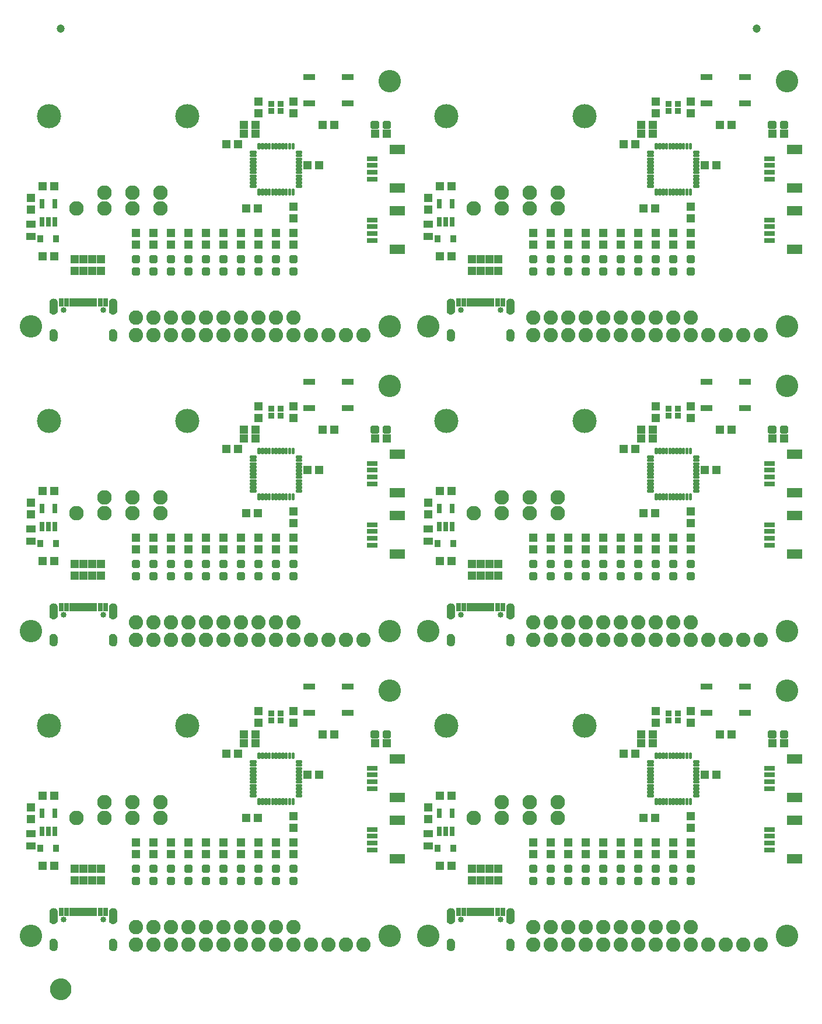
<source format=gts>
G04 EAGLE Gerber RS-274X export*
G75*
%MOMM*%
%FSLAX34Y34*%
%LPD*%
%INSoldermask Top*%
%IPPOS*%
%AMOC8*
5,1,8,0,0,1.08239X$1,22.5*%
G01*
%ADD10C,3.505200*%
%ADD11C,2.108200*%
%ADD12C,0.505344*%
%ADD13C,0.457909*%
%ADD14R,1.403200X1.003200*%
%ADD15R,0.833200X1.033200*%
%ADD16R,0.753200X1.403200*%
%ADD17R,1.303200X1.203200*%
%ADD18R,2.203200X1.403200*%
%ADD19R,1.553200X0.803200*%
%ADD20R,0.503200X1.203200*%
%ADD21R,0.803200X1.203200*%
%ADD22C,0.853200*%
%ADD23C,2.082800*%
%ADD24R,1.727200X0.965200*%
%ADD25C,3.251200*%
%ADD26R,0.953200X0.903200*%
%ADD27R,1.203200X1.303200*%
%ADD28C,1.203200*%
%ADD29C,1.270000*%
%ADD30C,1.703200*%

G36*
X722664Y926803D02*
X722664Y926803D01*
X722670Y926809D01*
X722675Y926805D01*
X723905Y927170D01*
X723910Y927177D01*
X723915Y927175D01*
X725034Y927805D01*
X725037Y927812D01*
X725043Y927811D01*
X725993Y928674D01*
X725994Y928682D01*
X726000Y928682D01*
X726734Y929735D01*
X726734Y929743D01*
X726739Y929745D01*
X727221Y930935D01*
X727219Y930940D01*
X727223Y930943D01*
X727222Y930944D01*
X727224Y930945D01*
X727429Y932212D01*
X727426Y932217D01*
X727429Y932220D01*
X727429Y944220D01*
X727426Y944224D01*
X727429Y944227D01*
X727274Y945349D01*
X727269Y945354D01*
X727272Y945358D01*
X726901Y946429D01*
X726895Y946433D01*
X726897Y946438D01*
X726324Y947415D01*
X726318Y947418D01*
X726319Y947423D01*
X725566Y948270D01*
X725559Y948272D01*
X725559Y948277D01*
X724656Y948961D01*
X724649Y948961D01*
X724648Y948966D01*
X723629Y949461D01*
X723622Y949459D01*
X723620Y949464D01*
X722523Y949751D01*
X722517Y949748D01*
X722514Y949752D01*
X721383Y949819D01*
X721377Y949819D01*
X720246Y949752D01*
X720241Y949747D01*
X720237Y949751D01*
X719140Y949464D01*
X719136Y949458D01*
X719131Y949461D01*
X718112Y948966D01*
X718109Y948960D01*
X718104Y948961D01*
X717201Y948277D01*
X717199Y948270D01*
X717194Y948270D01*
X716441Y947423D01*
X716441Y947416D01*
X716436Y947415D01*
X715863Y946438D01*
X715864Y946435D01*
X715863Y946434D01*
X715864Y946433D01*
X715864Y946431D01*
X715859Y946429D01*
X715488Y945358D01*
X715490Y945353D01*
X715487Y945351D01*
X715487Y945350D01*
X715486Y945349D01*
X715331Y944227D01*
X715334Y944222D01*
X715331Y944220D01*
X715331Y932220D01*
X715334Y932215D01*
X715331Y932212D01*
X715536Y930945D01*
X715542Y930939D01*
X715539Y930935D01*
X716021Y929745D01*
X716028Y929741D01*
X716026Y929735D01*
X716760Y928682D01*
X716768Y928680D01*
X716767Y928674D01*
X717717Y927811D01*
X717726Y927810D01*
X717726Y927805D01*
X718845Y927175D01*
X718853Y927176D01*
X718855Y927170D01*
X720085Y926805D01*
X720093Y926808D01*
X720096Y926803D01*
X721377Y926721D01*
X721381Y926724D01*
X721383Y926721D01*
X722664Y926803D01*
G37*
G36*
X59684Y926803D02*
X59684Y926803D01*
X59690Y926809D01*
X59695Y926805D01*
X60925Y927170D01*
X60930Y927177D01*
X60935Y927175D01*
X62054Y927805D01*
X62057Y927812D01*
X62063Y927811D01*
X63013Y928674D01*
X63014Y928682D01*
X63020Y928682D01*
X63754Y929735D01*
X63754Y929743D01*
X63759Y929745D01*
X64241Y930935D01*
X64239Y930940D01*
X64243Y930943D01*
X64242Y930944D01*
X64244Y930945D01*
X64449Y932212D01*
X64446Y932217D01*
X64449Y932220D01*
X64449Y944220D01*
X64446Y944224D01*
X64449Y944227D01*
X64294Y945349D01*
X64289Y945354D01*
X64292Y945358D01*
X63921Y946429D01*
X63915Y946433D01*
X63917Y946438D01*
X63344Y947415D01*
X63338Y947418D01*
X63339Y947423D01*
X62586Y948270D01*
X62579Y948272D01*
X62579Y948277D01*
X61676Y948961D01*
X61669Y948961D01*
X61668Y948966D01*
X60649Y949461D01*
X60642Y949459D01*
X60640Y949464D01*
X59543Y949751D01*
X59537Y949748D01*
X59534Y949752D01*
X58403Y949819D01*
X58397Y949819D01*
X57266Y949752D01*
X57261Y949747D01*
X57257Y949751D01*
X56160Y949464D01*
X56156Y949458D01*
X56151Y949461D01*
X55132Y948966D01*
X55129Y948960D01*
X55124Y948961D01*
X54221Y948277D01*
X54219Y948270D01*
X54214Y948270D01*
X53461Y947423D01*
X53461Y947416D01*
X53456Y947415D01*
X52883Y946438D01*
X52884Y946435D01*
X52883Y946434D01*
X52884Y946433D01*
X52884Y946431D01*
X52879Y946429D01*
X52508Y945358D01*
X52510Y945353D01*
X52507Y945351D01*
X52507Y945350D01*
X52506Y945349D01*
X52351Y944227D01*
X52354Y944222D01*
X52351Y944220D01*
X52351Y932220D01*
X52354Y932215D01*
X52351Y932212D01*
X52556Y930945D01*
X52562Y930939D01*
X52559Y930935D01*
X53041Y929745D01*
X53048Y929741D01*
X53046Y929735D01*
X53780Y928682D01*
X53788Y928680D01*
X53787Y928674D01*
X54737Y927811D01*
X54746Y927810D01*
X54746Y927805D01*
X55865Y927175D01*
X55873Y927176D01*
X55875Y927170D01*
X57105Y926805D01*
X57113Y926808D01*
X57116Y926803D01*
X58397Y926721D01*
X58401Y926724D01*
X58403Y926721D01*
X59684Y926803D01*
G37*
G36*
X636264Y926803D02*
X636264Y926803D01*
X636270Y926809D01*
X636275Y926805D01*
X637505Y927170D01*
X637510Y927177D01*
X637515Y927175D01*
X638634Y927805D01*
X638637Y927812D01*
X638643Y927811D01*
X639593Y928674D01*
X639594Y928682D01*
X639600Y928682D01*
X640334Y929735D01*
X640334Y929743D01*
X640339Y929745D01*
X640821Y930935D01*
X640819Y930940D01*
X640823Y930943D01*
X640822Y930944D01*
X640824Y930945D01*
X641029Y932212D01*
X641026Y932217D01*
X641029Y932220D01*
X641029Y944220D01*
X641026Y944224D01*
X641029Y944227D01*
X640874Y945349D01*
X640869Y945354D01*
X640872Y945358D01*
X640501Y946429D01*
X640495Y946433D01*
X640497Y946438D01*
X639924Y947415D01*
X639918Y947418D01*
X639919Y947423D01*
X639166Y948270D01*
X639159Y948272D01*
X639159Y948277D01*
X638256Y948961D01*
X638249Y948961D01*
X638248Y948966D01*
X637229Y949461D01*
X637222Y949459D01*
X637220Y949464D01*
X636123Y949751D01*
X636117Y949748D01*
X636114Y949752D01*
X634983Y949819D01*
X634977Y949819D01*
X633846Y949752D01*
X633841Y949747D01*
X633837Y949751D01*
X632740Y949464D01*
X632736Y949458D01*
X632731Y949461D01*
X631712Y948966D01*
X631709Y948960D01*
X631704Y948961D01*
X630801Y948277D01*
X630799Y948270D01*
X630794Y948270D01*
X630041Y947423D01*
X630041Y947416D01*
X630036Y947415D01*
X629463Y946438D01*
X629464Y946435D01*
X629463Y946434D01*
X629464Y946433D01*
X629464Y946431D01*
X629459Y946429D01*
X629088Y945358D01*
X629090Y945353D01*
X629087Y945351D01*
X629087Y945350D01*
X629086Y945349D01*
X628931Y944227D01*
X628934Y944222D01*
X628931Y944220D01*
X628931Y932220D01*
X628934Y932215D01*
X628931Y932212D01*
X629136Y930945D01*
X629142Y930939D01*
X629139Y930935D01*
X629621Y929745D01*
X629628Y929741D01*
X629626Y929735D01*
X630360Y928682D01*
X630368Y928680D01*
X630367Y928674D01*
X631317Y927811D01*
X631326Y927810D01*
X631326Y927805D01*
X632445Y927175D01*
X632453Y927176D01*
X632455Y927170D01*
X633685Y926805D01*
X633693Y926808D01*
X633696Y926803D01*
X634977Y926721D01*
X634981Y926724D01*
X634983Y926721D01*
X636264Y926803D01*
G37*
G36*
X146084Y926803D02*
X146084Y926803D01*
X146090Y926809D01*
X146095Y926805D01*
X147325Y927170D01*
X147330Y927177D01*
X147335Y927175D01*
X148454Y927805D01*
X148457Y927812D01*
X148463Y927811D01*
X149413Y928674D01*
X149414Y928682D01*
X149420Y928682D01*
X150154Y929735D01*
X150154Y929743D01*
X150159Y929745D01*
X150641Y930935D01*
X150639Y930940D01*
X150643Y930943D01*
X150642Y930944D01*
X150644Y930945D01*
X150849Y932212D01*
X150846Y932217D01*
X150849Y932220D01*
X150849Y944220D01*
X150846Y944224D01*
X150849Y944227D01*
X150694Y945349D01*
X150689Y945354D01*
X150692Y945358D01*
X150321Y946429D01*
X150315Y946433D01*
X150317Y946438D01*
X149744Y947415D01*
X149738Y947418D01*
X149739Y947423D01*
X148986Y948270D01*
X148979Y948272D01*
X148979Y948277D01*
X148076Y948961D01*
X148069Y948961D01*
X148068Y948966D01*
X147049Y949461D01*
X147042Y949459D01*
X147040Y949464D01*
X145943Y949751D01*
X145937Y949748D01*
X145934Y949752D01*
X144803Y949819D01*
X144797Y949819D01*
X143666Y949752D01*
X143661Y949747D01*
X143657Y949751D01*
X142560Y949464D01*
X142556Y949458D01*
X142551Y949461D01*
X141532Y948966D01*
X141529Y948960D01*
X141524Y948961D01*
X140621Y948277D01*
X140619Y948270D01*
X140614Y948270D01*
X139861Y947423D01*
X139861Y947416D01*
X139856Y947415D01*
X139283Y946438D01*
X139284Y946435D01*
X139283Y946434D01*
X139284Y946433D01*
X139284Y946431D01*
X139279Y946429D01*
X138908Y945358D01*
X138910Y945353D01*
X138907Y945351D01*
X138907Y945350D01*
X138906Y945349D01*
X138751Y944227D01*
X138754Y944222D01*
X138751Y944220D01*
X138751Y932220D01*
X138754Y932215D01*
X138751Y932212D01*
X138956Y930945D01*
X138962Y930939D01*
X138959Y930935D01*
X139441Y929745D01*
X139448Y929741D01*
X139446Y929735D01*
X140180Y928682D01*
X140188Y928680D01*
X140187Y928674D01*
X141137Y927811D01*
X141146Y927810D01*
X141146Y927805D01*
X142265Y927175D01*
X142273Y927176D01*
X142275Y927170D01*
X143505Y926805D01*
X143513Y926808D01*
X143516Y926803D01*
X144797Y926721D01*
X144801Y926724D01*
X144803Y926721D01*
X146084Y926803D01*
G37*
G36*
X722664Y484843D02*
X722664Y484843D01*
X722670Y484849D01*
X722675Y484845D01*
X723905Y485210D01*
X723910Y485217D01*
X723915Y485215D01*
X725034Y485845D01*
X725037Y485852D01*
X725043Y485851D01*
X725993Y486714D01*
X725994Y486722D01*
X726000Y486722D01*
X726734Y487775D01*
X726734Y487783D01*
X726739Y487785D01*
X727221Y488975D01*
X727219Y488980D01*
X727223Y488983D01*
X727222Y488984D01*
X727224Y488985D01*
X727429Y490252D01*
X727426Y490257D01*
X727429Y490260D01*
X727429Y502260D01*
X727426Y502264D01*
X727429Y502267D01*
X727274Y503389D01*
X727269Y503394D01*
X727272Y503398D01*
X726901Y504469D01*
X726895Y504473D01*
X726897Y504478D01*
X726324Y505455D01*
X726318Y505458D01*
X726319Y505463D01*
X725566Y506310D01*
X725559Y506312D01*
X725559Y506317D01*
X724656Y507001D01*
X724649Y507001D01*
X724648Y507006D01*
X723629Y507501D01*
X723622Y507499D01*
X723620Y507504D01*
X722523Y507791D01*
X722517Y507788D01*
X722514Y507792D01*
X721383Y507859D01*
X721377Y507859D01*
X720246Y507792D01*
X720241Y507787D01*
X720237Y507791D01*
X719140Y507504D01*
X719136Y507498D01*
X719131Y507501D01*
X718112Y507006D01*
X718109Y507000D01*
X718104Y507001D01*
X717201Y506317D01*
X717199Y506310D01*
X717194Y506310D01*
X716441Y505463D01*
X716441Y505456D01*
X716436Y505455D01*
X715863Y504478D01*
X715864Y504475D01*
X715863Y504474D01*
X715864Y504473D01*
X715864Y504471D01*
X715859Y504469D01*
X715488Y503398D01*
X715490Y503393D01*
X715487Y503391D01*
X715487Y503390D01*
X715486Y503389D01*
X715331Y502267D01*
X715334Y502262D01*
X715331Y502260D01*
X715331Y490260D01*
X715334Y490255D01*
X715331Y490252D01*
X715536Y488985D01*
X715542Y488979D01*
X715539Y488975D01*
X716021Y487785D01*
X716028Y487781D01*
X716026Y487775D01*
X716760Y486722D01*
X716768Y486720D01*
X716767Y486714D01*
X717717Y485851D01*
X717726Y485850D01*
X717726Y485845D01*
X718845Y485215D01*
X718853Y485216D01*
X718855Y485210D01*
X720085Y484845D01*
X720093Y484848D01*
X720096Y484843D01*
X721377Y484761D01*
X721381Y484764D01*
X721383Y484761D01*
X722664Y484843D01*
G37*
G36*
X146084Y484843D02*
X146084Y484843D01*
X146090Y484849D01*
X146095Y484845D01*
X147325Y485210D01*
X147330Y485217D01*
X147335Y485215D01*
X148454Y485845D01*
X148457Y485852D01*
X148463Y485851D01*
X149413Y486714D01*
X149414Y486722D01*
X149420Y486722D01*
X150154Y487775D01*
X150154Y487783D01*
X150159Y487785D01*
X150641Y488975D01*
X150639Y488980D01*
X150643Y488983D01*
X150642Y488984D01*
X150644Y488985D01*
X150849Y490252D01*
X150846Y490257D01*
X150849Y490260D01*
X150849Y502260D01*
X150846Y502264D01*
X150849Y502267D01*
X150694Y503389D01*
X150689Y503394D01*
X150692Y503398D01*
X150321Y504469D01*
X150315Y504473D01*
X150317Y504478D01*
X149744Y505455D01*
X149738Y505458D01*
X149739Y505463D01*
X148986Y506310D01*
X148979Y506312D01*
X148979Y506317D01*
X148076Y507001D01*
X148069Y507001D01*
X148068Y507006D01*
X147049Y507501D01*
X147042Y507499D01*
X147040Y507504D01*
X145943Y507791D01*
X145937Y507788D01*
X145934Y507792D01*
X144803Y507859D01*
X144797Y507859D01*
X143666Y507792D01*
X143661Y507787D01*
X143657Y507791D01*
X142560Y507504D01*
X142556Y507498D01*
X142551Y507501D01*
X141532Y507006D01*
X141529Y507000D01*
X141524Y507001D01*
X140621Y506317D01*
X140619Y506310D01*
X140614Y506310D01*
X139861Y505463D01*
X139861Y505456D01*
X139856Y505455D01*
X139283Y504478D01*
X139284Y504475D01*
X139283Y504474D01*
X139284Y504473D01*
X139284Y504471D01*
X139279Y504469D01*
X138908Y503398D01*
X138910Y503393D01*
X138907Y503391D01*
X138907Y503390D01*
X138906Y503389D01*
X138751Y502267D01*
X138754Y502262D01*
X138751Y502260D01*
X138751Y490260D01*
X138754Y490255D01*
X138751Y490252D01*
X138956Y488985D01*
X138962Y488979D01*
X138959Y488975D01*
X139441Y487785D01*
X139448Y487781D01*
X139446Y487775D01*
X140180Y486722D01*
X140188Y486720D01*
X140187Y486714D01*
X141137Y485851D01*
X141146Y485850D01*
X141146Y485845D01*
X142265Y485215D01*
X142273Y485216D01*
X142275Y485210D01*
X143505Y484845D01*
X143513Y484848D01*
X143516Y484843D01*
X144797Y484761D01*
X144801Y484764D01*
X144803Y484761D01*
X146084Y484843D01*
G37*
G36*
X59684Y484843D02*
X59684Y484843D01*
X59690Y484849D01*
X59695Y484845D01*
X60925Y485210D01*
X60930Y485217D01*
X60935Y485215D01*
X62054Y485845D01*
X62057Y485852D01*
X62063Y485851D01*
X63013Y486714D01*
X63014Y486722D01*
X63020Y486722D01*
X63754Y487775D01*
X63754Y487783D01*
X63759Y487785D01*
X64241Y488975D01*
X64239Y488980D01*
X64243Y488983D01*
X64242Y488984D01*
X64244Y488985D01*
X64449Y490252D01*
X64446Y490257D01*
X64449Y490260D01*
X64449Y502260D01*
X64446Y502264D01*
X64449Y502267D01*
X64294Y503389D01*
X64289Y503394D01*
X64292Y503398D01*
X63921Y504469D01*
X63915Y504473D01*
X63917Y504478D01*
X63344Y505455D01*
X63338Y505458D01*
X63339Y505463D01*
X62586Y506310D01*
X62579Y506312D01*
X62579Y506317D01*
X61676Y507001D01*
X61669Y507001D01*
X61668Y507006D01*
X60649Y507501D01*
X60642Y507499D01*
X60640Y507504D01*
X59543Y507791D01*
X59537Y507788D01*
X59534Y507792D01*
X58403Y507859D01*
X58397Y507859D01*
X57266Y507792D01*
X57261Y507787D01*
X57257Y507791D01*
X56160Y507504D01*
X56156Y507498D01*
X56151Y507501D01*
X55132Y507006D01*
X55129Y507000D01*
X55124Y507001D01*
X54221Y506317D01*
X54219Y506310D01*
X54214Y506310D01*
X53461Y505463D01*
X53461Y505456D01*
X53456Y505455D01*
X52883Y504478D01*
X52884Y504475D01*
X52883Y504474D01*
X52884Y504473D01*
X52884Y504471D01*
X52879Y504469D01*
X52508Y503398D01*
X52510Y503393D01*
X52507Y503391D01*
X52507Y503390D01*
X52506Y503389D01*
X52351Y502267D01*
X52354Y502262D01*
X52351Y502260D01*
X52351Y490260D01*
X52354Y490255D01*
X52351Y490252D01*
X52556Y488985D01*
X52562Y488979D01*
X52559Y488975D01*
X53041Y487785D01*
X53048Y487781D01*
X53046Y487775D01*
X53780Y486722D01*
X53788Y486720D01*
X53787Y486714D01*
X54737Y485851D01*
X54746Y485850D01*
X54746Y485845D01*
X55865Y485215D01*
X55873Y485216D01*
X55875Y485210D01*
X57105Y484845D01*
X57113Y484848D01*
X57116Y484843D01*
X58397Y484761D01*
X58401Y484764D01*
X58403Y484761D01*
X59684Y484843D01*
G37*
G36*
X636264Y484843D02*
X636264Y484843D01*
X636270Y484849D01*
X636275Y484845D01*
X637505Y485210D01*
X637510Y485217D01*
X637515Y485215D01*
X638634Y485845D01*
X638637Y485852D01*
X638643Y485851D01*
X639593Y486714D01*
X639594Y486722D01*
X639600Y486722D01*
X640334Y487775D01*
X640334Y487783D01*
X640339Y487785D01*
X640821Y488975D01*
X640819Y488980D01*
X640823Y488983D01*
X640822Y488984D01*
X640824Y488985D01*
X641029Y490252D01*
X641026Y490257D01*
X641029Y490260D01*
X641029Y502260D01*
X641026Y502264D01*
X641029Y502267D01*
X640874Y503389D01*
X640869Y503394D01*
X640872Y503398D01*
X640501Y504469D01*
X640495Y504473D01*
X640497Y504478D01*
X639924Y505455D01*
X639918Y505458D01*
X639919Y505463D01*
X639166Y506310D01*
X639159Y506312D01*
X639159Y506317D01*
X638256Y507001D01*
X638249Y507001D01*
X638248Y507006D01*
X637229Y507501D01*
X637222Y507499D01*
X637220Y507504D01*
X636123Y507791D01*
X636117Y507788D01*
X636114Y507792D01*
X634983Y507859D01*
X634977Y507859D01*
X633846Y507792D01*
X633841Y507787D01*
X633837Y507791D01*
X632740Y507504D01*
X632736Y507498D01*
X632731Y507501D01*
X631712Y507006D01*
X631709Y507000D01*
X631704Y507001D01*
X630801Y506317D01*
X630799Y506310D01*
X630794Y506310D01*
X630041Y505463D01*
X630041Y505456D01*
X630036Y505455D01*
X629463Y504478D01*
X629464Y504475D01*
X629463Y504474D01*
X629464Y504473D01*
X629464Y504471D01*
X629459Y504469D01*
X629088Y503398D01*
X629090Y503393D01*
X629087Y503391D01*
X629087Y503390D01*
X629086Y503389D01*
X628931Y502267D01*
X628934Y502262D01*
X628931Y502260D01*
X628931Y490260D01*
X628934Y490255D01*
X628931Y490252D01*
X629136Y488985D01*
X629142Y488979D01*
X629139Y488975D01*
X629621Y487785D01*
X629628Y487781D01*
X629626Y487775D01*
X630360Y486722D01*
X630368Y486720D01*
X630367Y486714D01*
X631317Y485851D01*
X631326Y485850D01*
X631326Y485845D01*
X632445Y485215D01*
X632453Y485216D01*
X632455Y485210D01*
X633685Y484845D01*
X633693Y484848D01*
X633696Y484843D01*
X634977Y484761D01*
X634981Y484764D01*
X634983Y484761D01*
X636264Y484843D01*
G37*
G36*
X59684Y42883D02*
X59684Y42883D01*
X59690Y42889D01*
X59695Y42885D01*
X60925Y43250D01*
X60930Y43257D01*
X60935Y43255D01*
X62054Y43885D01*
X62057Y43892D01*
X62063Y43891D01*
X63013Y44754D01*
X63014Y44762D01*
X63020Y44762D01*
X63754Y45815D01*
X63754Y45823D01*
X63759Y45825D01*
X64241Y47015D01*
X64239Y47020D01*
X64243Y47023D01*
X64242Y47024D01*
X64244Y47025D01*
X64449Y48292D01*
X64446Y48297D01*
X64449Y48300D01*
X64449Y60300D01*
X64446Y60304D01*
X64449Y60307D01*
X64294Y61429D01*
X64289Y61434D01*
X64292Y61438D01*
X63921Y62509D01*
X63915Y62513D01*
X63917Y62518D01*
X63344Y63495D01*
X63338Y63498D01*
X63339Y63503D01*
X62586Y64350D01*
X62579Y64352D01*
X62579Y64357D01*
X61676Y65041D01*
X61669Y65041D01*
X61668Y65046D01*
X60649Y65541D01*
X60642Y65539D01*
X60640Y65544D01*
X59543Y65831D01*
X59537Y65828D01*
X59534Y65832D01*
X58403Y65899D01*
X58397Y65899D01*
X57266Y65832D01*
X57261Y65827D01*
X57257Y65831D01*
X56160Y65544D01*
X56156Y65538D01*
X56151Y65541D01*
X55132Y65046D01*
X55129Y65040D01*
X55124Y65041D01*
X54221Y64357D01*
X54219Y64350D01*
X54214Y64350D01*
X53461Y63503D01*
X53461Y63496D01*
X53456Y63495D01*
X52883Y62518D01*
X52884Y62515D01*
X52883Y62514D01*
X52884Y62513D01*
X52884Y62511D01*
X52879Y62509D01*
X52508Y61438D01*
X52510Y61433D01*
X52507Y61431D01*
X52507Y61430D01*
X52506Y61429D01*
X52351Y60307D01*
X52354Y60302D01*
X52351Y60300D01*
X52351Y48300D01*
X52354Y48295D01*
X52351Y48292D01*
X52556Y47025D01*
X52562Y47019D01*
X52559Y47015D01*
X53041Y45825D01*
X53048Y45821D01*
X53046Y45815D01*
X53780Y44762D01*
X53788Y44760D01*
X53787Y44754D01*
X54737Y43891D01*
X54746Y43890D01*
X54746Y43885D01*
X55865Y43255D01*
X55873Y43256D01*
X55875Y43250D01*
X57105Y42885D01*
X57113Y42888D01*
X57116Y42883D01*
X58397Y42801D01*
X58401Y42804D01*
X58403Y42801D01*
X59684Y42883D01*
G37*
G36*
X636264Y42883D02*
X636264Y42883D01*
X636270Y42889D01*
X636275Y42885D01*
X637505Y43250D01*
X637510Y43257D01*
X637515Y43255D01*
X638634Y43885D01*
X638637Y43892D01*
X638643Y43891D01*
X639593Y44754D01*
X639594Y44762D01*
X639600Y44762D01*
X640334Y45815D01*
X640334Y45823D01*
X640339Y45825D01*
X640821Y47015D01*
X640819Y47020D01*
X640823Y47023D01*
X640822Y47024D01*
X640824Y47025D01*
X641029Y48292D01*
X641026Y48297D01*
X641029Y48300D01*
X641029Y60300D01*
X641026Y60304D01*
X641029Y60307D01*
X640874Y61429D01*
X640869Y61434D01*
X640872Y61438D01*
X640501Y62509D01*
X640495Y62513D01*
X640497Y62518D01*
X639924Y63495D01*
X639918Y63498D01*
X639919Y63503D01*
X639166Y64350D01*
X639159Y64352D01*
X639159Y64357D01*
X638256Y65041D01*
X638249Y65041D01*
X638248Y65046D01*
X637229Y65541D01*
X637222Y65539D01*
X637220Y65544D01*
X636123Y65831D01*
X636117Y65828D01*
X636114Y65832D01*
X634983Y65899D01*
X634977Y65899D01*
X633846Y65832D01*
X633841Y65827D01*
X633837Y65831D01*
X632740Y65544D01*
X632736Y65538D01*
X632731Y65541D01*
X631712Y65046D01*
X631709Y65040D01*
X631704Y65041D01*
X630801Y64357D01*
X630799Y64350D01*
X630794Y64350D01*
X630041Y63503D01*
X630041Y63496D01*
X630036Y63495D01*
X629463Y62518D01*
X629464Y62515D01*
X629463Y62514D01*
X629464Y62513D01*
X629464Y62511D01*
X629459Y62509D01*
X629088Y61438D01*
X629090Y61433D01*
X629087Y61431D01*
X629087Y61430D01*
X629086Y61429D01*
X628931Y60307D01*
X628934Y60302D01*
X628931Y60300D01*
X628931Y48300D01*
X628934Y48295D01*
X628931Y48292D01*
X629136Y47025D01*
X629142Y47019D01*
X629139Y47015D01*
X629621Y45825D01*
X629628Y45821D01*
X629626Y45815D01*
X630360Y44762D01*
X630368Y44760D01*
X630367Y44754D01*
X631317Y43891D01*
X631326Y43890D01*
X631326Y43885D01*
X632445Y43255D01*
X632453Y43256D01*
X632455Y43250D01*
X633685Y42885D01*
X633693Y42888D01*
X633696Y42883D01*
X634977Y42801D01*
X634981Y42804D01*
X634983Y42801D01*
X636264Y42883D01*
G37*
G36*
X146084Y42883D02*
X146084Y42883D01*
X146090Y42889D01*
X146095Y42885D01*
X147325Y43250D01*
X147330Y43257D01*
X147335Y43255D01*
X148454Y43885D01*
X148457Y43892D01*
X148463Y43891D01*
X149413Y44754D01*
X149414Y44762D01*
X149420Y44762D01*
X150154Y45815D01*
X150154Y45823D01*
X150159Y45825D01*
X150641Y47015D01*
X150639Y47020D01*
X150643Y47023D01*
X150642Y47024D01*
X150644Y47025D01*
X150849Y48292D01*
X150846Y48297D01*
X150849Y48300D01*
X150849Y60300D01*
X150846Y60304D01*
X150849Y60307D01*
X150694Y61429D01*
X150689Y61434D01*
X150692Y61438D01*
X150321Y62509D01*
X150315Y62513D01*
X150317Y62518D01*
X149744Y63495D01*
X149738Y63498D01*
X149739Y63503D01*
X148986Y64350D01*
X148979Y64352D01*
X148979Y64357D01*
X148076Y65041D01*
X148069Y65041D01*
X148068Y65046D01*
X147049Y65541D01*
X147042Y65539D01*
X147040Y65544D01*
X145943Y65831D01*
X145937Y65828D01*
X145934Y65832D01*
X144803Y65899D01*
X144797Y65899D01*
X143666Y65832D01*
X143661Y65827D01*
X143657Y65831D01*
X142560Y65544D01*
X142556Y65538D01*
X142551Y65541D01*
X141532Y65046D01*
X141529Y65040D01*
X141524Y65041D01*
X140621Y64357D01*
X140619Y64350D01*
X140614Y64350D01*
X139861Y63503D01*
X139861Y63496D01*
X139856Y63495D01*
X139283Y62518D01*
X139284Y62515D01*
X139283Y62514D01*
X139284Y62513D01*
X139284Y62511D01*
X139279Y62509D01*
X138908Y61438D01*
X138910Y61433D01*
X138907Y61431D01*
X138907Y61430D01*
X138906Y61429D01*
X138751Y60307D01*
X138754Y60302D01*
X138751Y60300D01*
X138751Y48300D01*
X138754Y48295D01*
X138751Y48292D01*
X138956Y47025D01*
X138962Y47019D01*
X138959Y47015D01*
X139441Y45825D01*
X139448Y45821D01*
X139446Y45815D01*
X140180Y44762D01*
X140188Y44760D01*
X140187Y44754D01*
X141137Y43891D01*
X141146Y43890D01*
X141146Y43885D01*
X142265Y43255D01*
X142273Y43256D01*
X142275Y43250D01*
X143505Y42885D01*
X143513Y42888D01*
X143516Y42883D01*
X144797Y42801D01*
X144801Y42804D01*
X144803Y42801D01*
X146084Y42883D01*
G37*
G36*
X722664Y42883D02*
X722664Y42883D01*
X722670Y42889D01*
X722675Y42885D01*
X723905Y43250D01*
X723910Y43257D01*
X723915Y43255D01*
X725034Y43885D01*
X725037Y43892D01*
X725043Y43891D01*
X725993Y44754D01*
X725994Y44762D01*
X726000Y44762D01*
X726734Y45815D01*
X726734Y45823D01*
X726739Y45825D01*
X727221Y47015D01*
X727219Y47020D01*
X727223Y47023D01*
X727222Y47024D01*
X727224Y47025D01*
X727429Y48292D01*
X727426Y48297D01*
X727429Y48300D01*
X727429Y60300D01*
X727426Y60304D01*
X727429Y60307D01*
X727274Y61429D01*
X727269Y61434D01*
X727272Y61438D01*
X726901Y62509D01*
X726895Y62513D01*
X726897Y62518D01*
X726324Y63495D01*
X726318Y63498D01*
X726319Y63503D01*
X725566Y64350D01*
X725559Y64352D01*
X725559Y64357D01*
X724656Y65041D01*
X724649Y65041D01*
X724648Y65046D01*
X723629Y65541D01*
X723622Y65539D01*
X723620Y65544D01*
X722523Y65831D01*
X722517Y65828D01*
X722514Y65832D01*
X721383Y65899D01*
X721377Y65899D01*
X720246Y65832D01*
X720241Y65827D01*
X720237Y65831D01*
X719140Y65544D01*
X719136Y65538D01*
X719131Y65541D01*
X718112Y65046D01*
X718109Y65040D01*
X718104Y65041D01*
X717201Y64357D01*
X717199Y64350D01*
X717194Y64350D01*
X716441Y63503D01*
X716441Y63496D01*
X716436Y63495D01*
X715863Y62518D01*
X715864Y62515D01*
X715863Y62514D01*
X715864Y62513D01*
X715864Y62511D01*
X715859Y62509D01*
X715488Y61438D01*
X715490Y61433D01*
X715487Y61431D01*
X715487Y61430D01*
X715486Y61429D01*
X715331Y60307D01*
X715334Y60302D01*
X715331Y60300D01*
X715331Y48300D01*
X715334Y48295D01*
X715331Y48292D01*
X715536Y47025D01*
X715542Y47019D01*
X715539Y47015D01*
X716021Y45825D01*
X716028Y45821D01*
X716026Y45815D01*
X716760Y44762D01*
X716768Y44760D01*
X716767Y44754D01*
X717717Y43891D01*
X717726Y43890D01*
X717726Y43885D01*
X718845Y43255D01*
X718853Y43256D01*
X718855Y43250D01*
X720085Y42885D01*
X720093Y42888D01*
X720096Y42883D01*
X721377Y42801D01*
X721381Y42804D01*
X721383Y42801D01*
X722664Y42883D01*
G37*
G36*
X145971Y887531D02*
X145971Y887531D01*
X145976Y887536D01*
X145980Y887533D01*
X147103Y887868D01*
X147107Y887874D01*
X147111Y887872D01*
X148147Y888420D01*
X148150Y888426D01*
X148155Y888425D01*
X149063Y889164D01*
X149065Y889171D01*
X149070Y889171D01*
X149817Y890073D01*
X149817Y890081D01*
X149823Y890081D01*
X150379Y891112D01*
X150378Y891119D01*
X150383Y891121D01*
X150727Y892240D01*
X150725Y892247D01*
X150729Y892250D01*
X150849Y893415D01*
X150847Y893418D01*
X150849Y893420D01*
X150849Y899420D01*
X150847Y899423D01*
X150849Y899425D01*
X150738Y900601D01*
X150733Y900606D01*
X150736Y900610D01*
X150398Y901742D01*
X150392Y901746D01*
X150394Y901751D01*
X149842Y902795D01*
X149835Y902798D01*
X149837Y902803D01*
X149091Y903719D01*
X149084Y903720D01*
X149084Y903726D01*
X148175Y904479D01*
X148167Y904479D01*
X148167Y904484D01*
X147127Y905045D01*
X147120Y905044D01*
X147118Y905049D01*
X145989Y905396D01*
X145983Y905394D01*
X145980Y905398D01*
X144805Y905519D01*
X144798Y905515D01*
X144794Y905519D01*
X143454Y905362D01*
X143448Y905357D01*
X143443Y905360D01*
X142172Y904909D01*
X142167Y904902D01*
X142162Y904904D01*
X141023Y904182D01*
X141020Y904174D01*
X141014Y904175D01*
X140064Y903217D01*
X140063Y903209D01*
X140057Y903208D01*
X139344Y902063D01*
X139345Y902055D01*
X139339Y902053D01*
X138899Y900777D01*
X138901Y900770D01*
X138897Y900767D01*
X138751Y899425D01*
X138753Y899422D01*
X138751Y899420D01*
X138751Y893420D01*
X138753Y893417D01*
X138751Y893414D01*
X138906Y892085D01*
X138912Y892079D01*
X138909Y892075D01*
X139356Y890814D01*
X139363Y890809D01*
X139361Y890804D01*
X140078Y889674D01*
X140085Y889671D01*
X140084Y889665D01*
X141035Y888723D01*
X141043Y888722D01*
X141043Y888716D01*
X142179Y888009D01*
X142187Y888010D01*
X142189Y888004D01*
X143454Y887568D01*
X143459Y887569D01*
X143460Y887569D01*
X143463Y887569D01*
X143465Y887565D01*
X144795Y887421D01*
X144801Y887425D01*
X144805Y887421D01*
X145971Y887531D01*
G37*
G36*
X59571Y887531D02*
X59571Y887531D01*
X59576Y887536D01*
X59580Y887533D01*
X60703Y887868D01*
X60707Y887874D01*
X60711Y887872D01*
X61747Y888420D01*
X61750Y888426D01*
X61755Y888425D01*
X62663Y889164D01*
X62665Y889171D01*
X62670Y889171D01*
X63417Y890073D01*
X63417Y890081D01*
X63423Y890081D01*
X63979Y891112D01*
X63978Y891119D01*
X63983Y891121D01*
X64327Y892240D01*
X64325Y892247D01*
X64329Y892250D01*
X64449Y893415D01*
X64447Y893418D01*
X64449Y893420D01*
X64449Y899420D01*
X64447Y899423D01*
X64449Y899425D01*
X64338Y900601D01*
X64333Y900606D01*
X64336Y900610D01*
X63998Y901742D01*
X63992Y901746D01*
X63994Y901751D01*
X63442Y902795D01*
X63435Y902798D01*
X63437Y902803D01*
X62691Y903719D01*
X62684Y903720D01*
X62684Y903726D01*
X61775Y904479D01*
X61767Y904479D01*
X61767Y904484D01*
X60727Y905045D01*
X60720Y905044D01*
X60718Y905049D01*
X59589Y905396D01*
X59583Y905394D01*
X59580Y905398D01*
X58405Y905519D01*
X58398Y905515D01*
X58394Y905519D01*
X57054Y905362D01*
X57048Y905357D01*
X57043Y905360D01*
X55772Y904909D01*
X55767Y904902D01*
X55762Y904904D01*
X54623Y904182D01*
X54620Y904174D01*
X54614Y904175D01*
X53664Y903217D01*
X53663Y903209D01*
X53657Y903208D01*
X52944Y902063D01*
X52945Y902055D01*
X52939Y902053D01*
X52499Y900777D01*
X52501Y900770D01*
X52497Y900767D01*
X52351Y899425D01*
X52353Y899422D01*
X52351Y899420D01*
X52351Y893420D01*
X52353Y893417D01*
X52351Y893414D01*
X52506Y892085D01*
X52512Y892079D01*
X52509Y892075D01*
X52956Y890814D01*
X52963Y890809D01*
X52961Y890804D01*
X53678Y889674D01*
X53685Y889671D01*
X53684Y889665D01*
X54635Y888723D01*
X54643Y888722D01*
X54643Y888716D01*
X55779Y888009D01*
X55787Y888010D01*
X55789Y888004D01*
X57054Y887568D01*
X57059Y887569D01*
X57060Y887569D01*
X57063Y887569D01*
X57065Y887565D01*
X58395Y887421D01*
X58401Y887425D01*
X58405Y887421D01*
X59571Y887531D01*
G37*
G36*
X722551Y887531D02*
X722551Y887531D01*
X722556Y887536D01*
X722560Y887533D01*
X723683Y887868D01*
X723687Y887874D01*
X723691Y887872D01*
X724727Y888420D01*
X724730Y888426D01*
X724735Y888425D01*
X725643Y889164D01*
X725645Y889171D01*
X725650Y889171D01*
X726397Y890073D01*
X726397Y890081D01*
X726403Y890081D01*
X726959Y891112D01*
X726958Y891119D01*
X726963Y891121D01*
X727307Y892240D01*
X727305Y892247D01*
X727309Y892250D01*
X727429Y893415D01*
X727427Y893418D01*
X727429Y893420D01*
X727429Y899420D01*
X727427Y899423D01*
X727429Y899425D01*
X727318Y900601D01*
X727313Y900606D01*
X727316Y900610D01*
X726978Y901742D01*
X726972Y901746D01*
X726974Y901751D01*
X726422Y902795D01*
X726415Y902798D01*
X726417Y902803D01*
X725671Y903719D01*
X725664Y903720D01*
X725664Y903726D01*
X724755Y904479D01*
X724747Y904479D01*
X724747Y904484D01*
X723707Y905045D01*
X723700Y905044D01*
X723698Y905049D01*
X722569Y905396D01*
X722563Y905394D01*
X722560Y905398D01*
X721385Y905519D01*
X721378Y905515D01*
X721374Y905519D01*
X720034Y905362D01*
X720028Y905357D01*
X720023Y905360D01*
X718752Y904909D01*
X718747Y904902D01*
X718742Y904904D01*
X717603Y904182D01*
X717600Y904174D01*
X717594Y904175D01*
X716644Y903217D01*
X716643Y903209D01*
X716637Y903208D01*
X715924Y902063D01*
X715925Y902055D01*
X715919Y902053D01*
X715479Y900777D01*
X715481Y900770D01*
X715477Y900767D01*
X715331Y899425D01*
X715333Y899422D01*
X715331Y899420D01*
X715331Y893420D01*
X715333Y893417D01*
X715331Y893414D01*
X715486Y892085D01*
X715492Y892079D01*
X715489Y892075D01*
X715936Y890814D01*
X715943Y890809D01*
X715941Y890804D01*
X716658Y889674D01*
X716665Y889671D01*
X716664Y889665D01*
X717615Y888723D01*
X717623Y888722D01*
X717623Y888716D01*
X718759Y888009D01*
X718767Y888010D01*
X718769Y888004D01*
X720034Y887568D01*
X720039Y887569D01*
X720040Y887569D01*
X720043Y887569D01*
X720045Y887565D01*
X721375Y887421D01*
X721381Y887425D01*
X721385Y887421D01*
X722551Y887531D01*
G37*
G36*
X636151Y887531D02*
X636151Y887531D01*
X636156Y887536D01*
X636160Y887533D01*
X637283Y887868D01*
X637287Y887874D01*
X637291Y887872D01*
X638327Y888420D01*
X638330Y888426D01*
X638335Y888425D01*
X639243Y889164D01*
X639245Y889171D01*
X639250Y889171D01*
X639997Y890073D01*
X639997Y890081D01*
X640003Y890081D01*
X640559Y891112D01*
X640558Y891119D01*
X640563Y891121D01*
X640907Y892240D01*
X640905Y892247D01*
X640909Y892250D01*
X641029Y893415D01*
X641027Y893418D01*
X641029Y893420D01*
X641029Y899420D01*
X641027Y899423D01*
X641029Y899425D01*
X640918Y900601D01*
X640913Y900606D01*
X640916Y900610D01*
X640578Y901742D01*
X640572Y901746D01*
X640574Y901751D01*
X640022Y902795D01*
X640015Y902798D01*
X640017Y902803D01*
X639271Y903719D01*
X639264Y903720D01*
X639264Y903726D01*
X638355Y904479D01*
X638347Y904479D01*
X638347Y904484D01*
X637307Y905045D01*
X637300Y905044D01*
X637298Y905049D01*
X636169Y905396D01*
X636163Y905394D01*
X636160Y905398D01*
X634985Y905519D01*
X634978Y905515D01*
X634974Y905519D01*
X633634Y905362D01*
X633628Y905357D01*
X633623Y905360D01*
X632352Y904909D01*
X632347Y904902D01*
X632342Y904904D01*
X631203Y904182D01*
X631200Y904174D01*
X631194Y904175D01*
X630244Y903217D01*
X630243Y903209D01*
X630237Y903208D01*
X629524Y902063D01*
X629525Y902055D01*
X629519Y902053D01*
X629079Y900777D01*
X629081Y900770D01*
X629077Y900767D01*
X628931Y899425D01*
X628933Y899422D01*
X628931Y899420D01*
X628931Y893420D01*
X628933Y893417D01*
X628931Y893414D01*
X629086Y892085D01*
X629092Y892079D01*
X629089Y892075D01*
X629536Y890814D01*
X629543Y890809D01*
X629541Y890804D01*
X630258Y889674D01*
X630265Y889671D01*
X630264Y889665D01*
X631215Y888723D01*
X631223Y888722D01*
X631223Y888716D01*
X632359Y888009D01*
X632367Y888010D01*
X632369Y888004D01*
X633634Y887568D01*
X633639Y887569D01*
X633640Y887569D01*
X633643Y887569D01*
X633645Y887565D01*
X634975Y887421D01*
X634981Y887425D01*
X634985Y887421D01*
X636151Y887531D01*
G37*
G36*
X636151Y445571D02*
X636151Y445571D01*
X636156Y445576D01*
X636160Y445573D01*
X637283Y445908D01*
X637287Y445914D01*
X637291Y445912D01*
X638327Y446460D01*
X638330Y446466D01*
X638335Y446465D01*
X639243Y447204D01*
X639245Y447211D01*
X639250Y447211D01*
X639997Y448113D01*
X639997Y448121D01*
X640003Y448121D01*
X640559Y449152D01*
X640558Y449159D01*
X640563Y449161D01*
X640907Y450280D01*
X640905Y450287D01*
X640909Y450290D01*
X641029Y451455D01*
X641027Y451458D01*
X641029Y451460D01*
X641029Y457460D01*
X641027Y457463D01*
X641029Y457465D01*
X640918Y458641D01*
X640913Y458646D01*
X640916Y458650D01*
X640578Y459782D01*
X640572Y459786D01*
X640574Y459791D01*
X640022Y460835D01*
X640015Y460838D01*
X640017Y460843D01*
X639271Y461759D01*
X639264Y461760D01*
X639264Y461766D01*
X638355Y462519D01*
X638347Y462519D01*
X638347Y462524D01*
X637307Y463085D01*
X637300Y463084D01*
X637298Y463089D01*
X636169Y463436D01*
X636163Y463434D01*
X636160Y463438D01*
X634985Y463559D01*
X634978Y463555D01*
X634974Y463559D01*
X633634Y463402D01*
X633628Y463397D01*
X633623Y463400D01*
X632352Y462949D01*
X632347Y462942D01*
X632342Y462944D01*
X631203Y462222D01*
X631200Y462214D01*
X631194Y462215D01*
X630244Y461257D01*
X630243Y461249D01*
X630237Y461248D01*
X629524Y460103D01*
X629525Y460095D01*
X629519Y460093D01*
X629079Y458817D01*
X629081Y458810D01*
X629077Y458807D01*
X628931Y457465D01*
X628933Y457462D01*
X628931Y457460D01*
X628931Y451460D01*
X628933Y451457D01*
X628931Y451454D01*
X629086Y450125D01*
X629092Y450119D01*
X629089Y450115D01*
X629536Y448854D01*
X629543Y448849D01*
X629541Y448844D01*
X630258Y447714D01*
X630265Y447711D01*
X630264Y447705D01*
X631215Y446763D01*
X631223Y446762D01*
X631223Y446756D01*
X632359Y446049D01*
X632367Y446050D01*
X632369Y446044D01*
X633634Y445608D01*
X633639Y445609D01*
X633640Y445609D01*
X633643Y445609D01*
X633645Y445605D01*
X634975Y445461D01*
X634981Y445465D01*
X634985Y445461D01*
X636151Y445571D01*
G37*
G36*
X59571Y445571D02*
X59571Y445571D01*
X59576Y445576D01*
X59580Y445573D01*
X60703Y445908D01*
X60707Y445914D01*
X60711Y445912D01*
X61747Y446460D01*
X61750Y446466D01*
X61755Y446465D01*
X62663Y447204D01*
X62665Y447211D01*
X62670Y447211D01*
X63417Y448113D01*
X63417Y448121D01*
X63423Y448121D01*
X63979Y449152D01*
X63978Y449159D01*
X63983Y449161D01*
X64327Y450280D01*
X64325Y450287D01*
X64329Y450290D01*
X64449Y451455D01*
X64447Y451458D01*
X64449Y451460D01*
X64449Y457460D01*
X64447Y457463D01*
X64449Y457465D01*
X64338Y458641D01*
X64333Y458646D01*
X64336Y458650D01*
X63998Y459782D01*
X63992Y459786D01*
X63994Y459791D01*
X63442Y460835D01*
X63435Y460838D01*
X63437Y460843D01*
X62691Y461759D01*
X62684Y461760D01*
X62684Y461766D01*
X61775Y462519D01*
X61767Y462519D01*
X61767Y462524D01*
X60727Y463085D01*
X60720Y463084D01*
X60718Y463089D01*
X59589Y463436D01*
X59583Y463434D01*
X59580Y463438D01*
X58405Y463559D01*
X58398Y463555D01*
X58394Y463559D01*
X57054Y463402D01*
X57048Y463397D01*
X57043Y463400D01*
X55772Y462949D01*
X55767Y462942D01*
X55762Y462944D01*
X54623Y462222D01*
X54620Y462214D01*
X54614Y462215D01*
X53664Y461257D01*
X53663Y461249D01*
X53657Y461248D01*
X52944Y460103D01*
X52945Y460095D01*
X52939Y460093D01*
X52499Y458817D01*
X52501Y458810D01*
X52497Y458807D01*
X52351Y457465D01*
X52353Y457462D01*
X52351Y457460D01*
X52351Y451460D01*
X52353Y451457D01*
X52351Y451454D01*
X52506Y450125D01*
X52512Y450119D01*
X52509Y450115D01*
X52956Y448854D01*
X52963Y448849D01*
X52961Y448844D01*
X53678Y447714D01*
X53685Y447711D01*
X53684Y447705D01*
X54635Y446763D01*
X54643Y446762D01*
X54643Y446756D01*
X55779Y446049D01*
X55787Y446050D01*
X55789Y446044D01*
X57054Y445608D01*
X57059Y445609D01*
X57060Y445609D01*
X57063Y445609D01*
X57065Y445605D01*
X58395Y445461D01*
X58401Y445465D01*
X58405Y445461D01*
X59571Y445571D01*
G37*
G36*
X722551Y445571D02*
X722551Y445571D01*
X722556Y445576D01*
X722560Y445573D01*
X723683Y445908D01*
X723687Y445914D01*
X723691Y445912D01*
X724727Y446460D01*
X724730Y446466D01*
X724735Y446465D01*
X725643Y447204D01*
X725645Y447211D01*
X725650Y447211D01*
X726397Y448113D01*
X726397Y448121D01*
X726403Y448121D01*
X726959Y449152D01*
X726958Y449159D01*
X726963Y449161D01*
X727307Y450280D01*
X727305Y450287D01*
X727309Y450290D01*
X727429Y451455D01*
X727427Y451458D01*
X727429Y451460D01*
X727429Y457460D01*
X727427Y457463D01*
X727429Y457465D01*
X727318Y458641D01*
X727313Y458646D01*
X727316Y458650D01*
X726978Y459782D01*
X726972Y459786D01*
X726974Y459791D01*
X726422Y460835D01*
X726415Y460838D01*
X726417Y460843D01*
X725671Y461759D01*
X725664Y461760D01*
X725664Y461766D01*
X724755Y462519D01*
X724747Y462519D01*
X724747Y462524D01*
X723707Y463085D01*
X723700Y463084D01*
X723698Y463089D01*
X722569Y463436D01*
X722563Y463434D01*
X722560Y463438D01*
X721385Y463559D01*
X721378Y463555D01*
X721374Y463559D01*
X720034Y463402D01*
X720028Y463397D01*
X720023Y463400D01*
X718752Y462949D01*
X718747Y462942D01*
X718742Y462944D01*
X717603Y462222D01*
X717600Y462214D01*
X717594Y462215D01*
X716644Y461257D01*
X716643Y461249D01*
X716637Y461248D01*
X715924Y460103D01*
X715925Y460095D01*
X715919Y460093D01*
X715479Y458817D01*
X715481Y458810D01*
X715477Y458807D01*
X715331Y457465D01*
X715333Y457462D01*
X715331Y457460D01*
X715331Y451460D01*
X715333Y451457D01*
X715331Y451454D01*
X715486Y450125D01*
X715492Y450119D01*
X715489Y450115D01*
X715936Y448854D01*
X715943Y448849D01*
X715941Y448844D01*
X716658Y447714D01*
X716665Y447711D01*
X716664Y447705D01*
X717615Y446763D01*
X717623Y446762D01*
X717623Y446756D01*
X718759Y446049D01*
X718767Y446050D01*
X718769Y446044D01*
X720034Y445608D01*
X720039Y445609D01*
X720040Y445609D01*
X720043Y445609D01*
X720045Y445605D01*
X721375Y445461D01*
X721381Y445465D01*
X721385Y445461D01*
X722551Y445571D01*
G37*
G36*
X145971Y445571D02*
X145971Y445571D01*
X145976Y445576D01*
X145980Y445573D01*
X147103Y445908D01*
X147107Y445914D01*
X147111Y445912D01*
X148147Y446460D01*
X148150Y446466D01*
X148155Y446465D01*
X149063Y447204D01*
X149065Y447211D01*
X149070Y447211D01*
X149817Y448113D01*
X149817Y448121D01*
X149823Y448121D01*
X150379Y449152D01*
X150378Y449159D01*
X150383Y449161D01*
X150727Y450280D01*
X150725Y450287D01*
X150729Y450290D01*
X150849Y451455D01*
X150847Y451458D01*
X150849Y451460D01*
X150849Y457460D01*
X150847Y457463D01*
X150849Y457465D01*
X150738Y458641D01*
X150733Y458646D01*
X150736Y458650D01*
X150398Y459782D01*
X150392Y459786D01*
X150394Y459791D01*
X149842Y460835D01*
X149835Y460838D01*
X149837Y460843D01*
X149091Y461759D01*
X149084Y461760D01*
X149084Y461766D01*
X148175Y462519D01*
X148167Y462519D01*
X148167Y462524D01*
X147127Y463085D01*
X147120Y463084D01*
X147118Y463089D01*
X145989Y463436D01*
X145983Y463434D01*
X145980Y463438D01*
X144805Y463559D01*
X144798Y463555D01*
X144794Y463559D01*
X143454Y463402D01*
X143448Y463397D01*
X143443Y463400D01*
X142172Y462949D01*
X142167Y462942D01*
X142162Y462944D01*
X141023Y462222D01*
X141020Y462214D01*
X141014Y462215D01*
X140064Y461257D01*
X140063Y461249D01*
X140057Y461248D01*
X139344Y460103D01*
X139345Y460095D01*
X139339Y460093D01*
X138899Y458817D01*
X138901Y458810D01*
X138897Y458807D01*
X138751Y457465D01*
X138753Y457462D01*
X138751Y457460D01*
X138751Y451460D01*
X138753Y451457D01*
X138751Y451454D01*
X138906Y450125D01*
X138912Y450119D01*
X138909Y450115D01*
X139356Y448854D01*
X139363Y448849D01*
X139361Y448844D01*
X140078Y447714D01*
X140085Y447711D01*
X140084Y447705D01*
X141035Y446763D01*
X141043Y446762D01*
X141043Y446756D01*
X142179Y446049D01*
X142187Y446050D01*
X142189Y446044D01*
X143454Y445608D01*
X143459Y445609D01*
X143460Y445609D01*
X143463Y445609D01*
X143465Y445605D01*
X144795Y445461D01*
X144801Y445465D01*
X144805Y445461D01*
X145971Y445571D01*
G37*
G36*
X145971Y3611D02*
X145971Y3611D01*
X145976Y3616D01*
X145980Y3613D01*
X147103Y3948D01*
X147107Y3954D01*
X147111Y3952D01*
X148147Y4500D01*
X148150Y4506D01*
X148155Y4505D01*
X149063Y5244D01*
X149065Y5251D01*
X149070Y5251D01*
X149817Y6153D01*
X149817Y6161D01*
X149823Y6161D01*
X150379Y7192D01*
X150378Y7199D01*
X150383Y7201D01*
X150727Y8320D01*
X150725Y8327D01*
X150729Y8330D01*
X150849Y9495D01*
X150847Y9498D01*
X150849Y9500D01*
X150849Y15500D01*
X150847Y15503D01*
X150849Y15505D01*
X150738Y16681D01*
X150733Y16686D01*
X150736Y16690D01*
X150398Y17822D01*
X150392Y17826D01*
X150394Y17831D01*
X149842Y18875D01*
X149835Y18878D01*
X149837Y18883D01*
X149091Y19799D01*
X149084Y19800D01*
X149084Y19806D01*
X148175Y20559D01*
X148167Y20559D01*
X148167Y20564D01*
X147127Y21125D01*
X147120Y21124D01*
X147118Y21129D01*
X145989Y21476D01*
X145983Y21474D01*
X145980Y21478D01*
X144805Y21599D01*
X144798Y21595D01*
X144794Y21599D01*
X143454Y21442D01*
X143448Y21437D01*
X143443Y21440D01*
X142172Y20989D01*
X142167Y20982D01*
X142162Y20984D01*
X141023Y20262D01*
X141020Y20254D01*
X141014Y20255D01*
X140064Y19297D01*
X140063Y19289D01*
X140057Y19288D01*
X139344Y18143D01*
X139345Y18135D01*
X139339Y18133D01*
X138899Y16857D01*
X138901Y16850D01*
X138897Y16847D01*
X138751Y15505D01*
X138753Y15502D01*
X138751Y15500D01*
X138751Y9500D01*
X138753Y9497D01*
X138751Y9494D01*
X138906Y8165D01*
X138912Y8159D01*
X138909Y8155D01*
X139356Y6894D01*
X139363Y6889D01*
X139361Y6884D01*
X140078Y5754D01*
X140085Y5751D01*
X140084Y5745D01*
X141035Y4803D01*
X141043Y4802D01*
X141043Y4796D01*
X142179Y4089D01*
X142187Y4090D01*
X142189Y4084D01*
X143454Y3648D01*
X143459Y3649D01*
X143460Y3649D01*
X143463Y3649D01*
X143465Y3645D01*
X144795Y3501D01*
X144801Y3505D01*
X144805Y3501D01*
X145971Y3611D01*
G37*
G36*
X722551Y3611D02*
X722551Y3611D01*
X722556Y3616D01*
X722560Y3613D01*
X723683Y3948D01*
X723687Y3954D01*
X723691Y3952D01*
X724727Y4500D01*
X724730Y4506D01*
X724735Y4505D01*
X725643Y5244D01*
X725645Y5251D01*
X725650Y5251D01*
X726397Y6153D01*
X726397Y6161D01*
X726403Y6161D01*
X726959Y7192D01*
X726958Y7199D01*
X726963Y7201D01*
X727307Y8320D01*
X727305Y8327D01*
X727309Y8330D01*
X727429Y9495D01*
X727427Y9498D01*
X727429Y9500D01*
X727429Y15500D01*
X727427Y15503D01*
X727429Y15505D01*
X727318Y16681D01*
X727313Y16686D01*
X727316Y16690D01*
X726978Y17822D01*
X726972Y17826D01*
X726974Y17831D01*
X726422Y18875D01*
X726415Y18878D01*
X726417Y18883D01*
X725671Y19799D01*
X725664Y19800D01*
X725664Y19806D01*
X724755Y20559D01*
X724747Y20559D01*
X724747Y20564D01*
X723707Y21125D01*
X723700Y21124D01*
X723698Y21129D01*
X722569Y21476D01*
X722563Y21474D01*
X722560Y21478D01*
X721385Y21599D01*
X721378Y21595D01*
X721374Y21599D01*
X720034Y21442D01*
X720028Y21437D01*
X720023Y21440D01*
X718752Y20989D01*
X718747Y20982D01*
X718742Y20984D01*
X717603Y20262D01*
X717600Y20254D01*
X717594Y20255D01*
X716644Y19297D01*
X716643Y19289D01*
X716637Y19288D01*
X715924Y18143D01*
X715925Y18135D01*
X715919Y18133D01*
X715479Y16857D01*
X715481Y16850D01*
X715477Y16847D01*
X715331Y15505D01*
X715333Y15502D01*
X715331Y15500D01*
X715331Y9500D01*
X715333Y9497D01*
X715331Y9494D01*
X715486Y8165D01*
X715492Y8159D01*
X715489Y8155D01*
X715936Y6894D01*
X715943Y6889D01*
X715941Y6884D01*
X716658Y5754D01*
X716665Y5751D01*
X716664Y5745D01*
X717615Y4803D01*
X717623Y4802D01*
X717623Y4796D01*
X718759Y4089D01*
X718767Y4090D01*
X718769Y4084D01*
X720034Y3648D01*
X720039Y3649D01*
X720040Y3649D01*
X720043Y3649D01*
X720045Y3645D01*
X721375Y3501D01*
X721381Y3505D01*
X721385Y3501D01*
X722551Y3611D01*
G37*
G36*
X636151Y3611D02*
X636151Y3611D01*
X636156Y3616D01*
X636160Y3613D01*
X637283Y3948D01*
X637287Y3954D01*
X637291Y3952D01*
X638327Y4500D01*
X638330Y4506D01*
X638335Y4505D01*
X639243Y5244D01*
X639245Y5251D01*
X639250Y5251D01*
X639997Y6153D01*
X639997Y6161D01*
X640003Y6161D01*
X640559Y7192D01*
X640558Y7199D01*
X640563Y7201D01*
X640907Y8320D01*
X640905Y8327D01*
X640909Y8330D01*
X641029Y9495D01*
X641027Y9498D01*
X641029Y9500D01*
X641029Y15500D01*
X641027Y15503D01*
X641029Y15505D01*
X640918Y16681D01*
X640913Y16686D01*
X640916Y16690D01*
X640578Y17822D01*
X640572Y17826D01*
X640574Y17831D01*
X640022Y18875D01*
X640015Y18878D01*
X640017Y18883D01*
X639271Y19799D01*
X639264Y19800D01*
X639264Y19806D01*
X638355Y20559D01*
X638347Y20559D01*
X638347Y20564D01*
X637307Y21125D01*
X637300Y21124D01*
X637298Y21129D01*
X636169Y21476D01*
X636163Y21474D01*
X636160Y21478D01*
X634985Y21599D01*
X634978Y21595D01*
X634974Y21599D01*
X633634Y21442D01*
X633628Y21437D01*
X633623Y21440D01*
X632352Y20989D01*
X632347Y20982D01*
X632342Y20984D01*
X631203Y20262D01*
X631200Y20254D01*
X631194Y20255D01*
X630244Y19297D01*
X630243Y19289D01*
X630237Y19288D01*
X629524Y18143D01*
X629525Y18135D01*
X629519Y18133D01*
X629079Y16857D01*
X629081Y16850D01*
X629077Y16847D01*
X628931Y15505D01*
X628933Y15502D01*
X628931Y15500D01*
X628931Y9500D01*
X628933Y9497D01*
X628931Y9494D01*
X629086Y8165D01*
X629092Y8159D01*
X629089Y8155D01*
X629536Y6894D01*
X629543Y6889D01*
X629541Y6884D01*
X630258Y5754D01*
X630265Y5751D01*
X630264Y5745D01*
X631215Y4803D01*
X631223Y4802D01*
X631223Y4796D01*
X632359Y4089D01*
X632367Y4090D01*
X632369Y4084D01*
X633634Y3648D01*
X633639Y3649D01*
X633640Y3649D01*
X633643Y3649D01*
X633645Y3645D01*
X634975Y3501D01*
X634981Y3505D01*
X634985Y3501D01*
X636151Y3611D01*
G37*
G36*
X59571Y3611D02*
X59571Y3611D01*
X59576Y3616D01*
X59580Y3613D01*
X60703Y3948D01*
X60707Y3954D01*
X60711Y3952D01*
X61747Y4500D01*
X61750Y4506D01*
X61755Y4505D01*
X62663Y5244D01*
X62665Y5251D01*
X62670Y5251D01*
X63417Y6153D01*
X63417Y6161D01*
X63423Y6161D01*
X63979Y7192D01*
X63978Y7199D01*
X63983Y7201D01*
X64327Y8320D01*
X64325Y8327D01*
X64329Y8330D01*
X64449Y9495D01*
X64447Y9498D01*
X64449Y9500D01*
X64449Y15500D01*
X64447Y15503D01*
X64449Y15505D01*
X64338Y16681D01*
X64333Y16686D01*
X64336Y16690D01*
X63998Y17822D01*
X63992Y17826D01*
X63994Y17831D01*
X63442Y18875D01*
X63435Y18878D01*
X63437Y18883D01*
X62691Y19799D01*
X62684Y19800D01*
X62684Y19806D01*
X61775Y20559D01*
X61767Y20559D01*
X61767Y20564D01*
X60727Y21125D01*
X60720Y21124D01*
X60718Y21129D01*
X59589Y21476D01*
X59583Y21474D01*
X59580Y21478D01*
X58405Y21599D01*
X58398Y21595D01*
X58394Y21599D01*
X57054Y21442D01*
X57048Y21437D01*
X57043Y21440D01*
X55772Y20989D01*
X55767Y20982D01*
X55762Y20984D01*
X54623Y20262D01*
X54620Y20254D01*
X54614Y20255D01*
X53664Y19297D01*
X53663Y19289D01*
X53657Y19288D01*
X52944Y18143D01*
X52945Y18135D01*
X52939Y18133D01*
X52499Y16857D01*
X52501Y16850D01*
X52497Y16847D01*
X52351Y15505D01*
X52353Y15502D01*
X52351Y15500D01*
X52351Y9500D01*
X52353Y9497D01*
X52351Y9494D01*
X52506Y8165D01*
X52512Y8159D01*
X52509Y8155D01*
X52956Y6894D01*
X52963Y6889D01*
X52961Y6884D01*
X53678Y5754D01*
X53685Y5751D01*
X53684Y5745D01*
X54635Y4803D01*
X54643Y4802D01*
X54643Y4796D01*
X55779Y4089D01*
X55787Y4090D01*
X55789Y4084D01*
X57054Y3648D01*
X57059Y3649D01*
X57060Y3649D01*
X57063Y3649D01*
X57065Y3645D01*
X58395Y3501D01*
X58401Y3505D01*
X58405Y3501D01*
X59571Y3611D01*
G37*
D10*
X52070Y330200D03*
X252730Y330200D03*
D11*
X91440Y196850D03*
X132080Y196850D03*
X172720Y196850D03*
X213360Y196850D03*
X132080Y219710D03*
X172720Y219710D03*
X213360Y219710D03*
D12*
X402910Y109020D02*
X409890Y109020D01*
X409890Y102040D01*
X402910Y102040D01*
X402910Y109020D01*
X402910Y106840D02*
X409890Y106840D01*
X409890Y126560D02*
X402910Y126560D01*
X409890Y126560D02*
X409890Y119580D01*
X402910Y119580D01*
X402910Y126560D01*
X402910Y124380D02*
X409890Y124380D01*
X384490Y109020D02*
X377510Y109020D01*
X384490Y109020D02*
X384490Y102040D01*
X377510Y102040D01*
X377510Y109020D01*
X377510Y106840D02*
X384490Y106840D01*
X384490Y126560D02*
X377510Y126560D01*
X384490Y126560D02*
X384490Y119580D01*
X377510Y119580D01*
X377510Y126560D01*
X377510Y124380D02*
X384490Y124380D01*
X359090Y109020D02*
X352110Y109020D01*
X359090Y109020D02*
X359090Y102040D01*
X352110Y102040D01*
X352110Y109020D01*
X352110Y106840D02*
X359090Y106840D01*
X359090Y126560D02*
X352110Y126560D01*
X359090Y126560D02*
X359090Y119580D01*
X352110Y119580D01*
X352110Y126560D01*
X352110Y124380D02*
X359090Y124380D01*
X333690Y109020D02*
X326710Y109020D01*
X333690Y109020D02*
X333690Y102040D01*
X326710Y102040D01*
X326710Y109020D01*
X326710Y106840D02*
X333690Y106840D01*
X333690Y126560D02*
X326710Y126560D01*
X333690Y126560D02*
X333690Y119580D01*
X326710Y119580D01*
X326710Y126560D01*
X326710Y124380D02*
X333690Y124380D01*
X308290Y109020D02*
X301310Y109020D01*
X308290Y109020D02*
X308290Y102040D01*
X301310Y102040D01*
X301310Y109020D01*
X301310Y106840D02*
X308290Y106840D01*
X308290Y126560D02*
X301310Y126560D01*
X308290Y126560D02*
X308290Y119580D01*
X301310Y119580D01*
X301310Y126560D01*
X301310Y124380D02*
X308290Y124380D01*
X282890Y109020D02*
X275910Y109020D01*
X282890Y109020D02*
X282890Y102040D01*
X275910Y102040D01*
X275910Y109020D01*
X275910Y106840D02*
X282890Y106840D01*
X282890Y126560D02*
X275910Y126560D01*
X282890Y126560D02*
X282890Y119580D01*
X275910Y119580D01*
X275910Y126560D01*
X275910Y124380D02*
X282890Y124380D01*
X257490Y109020D02*
X250510Y109020D01*
X257490Y109020D02*
X257490Y102040D01*
X250510Y102040D01*
X250510Y109020D01*
X250510Y106840D02*
X257490Y106840D01*
X257490Y126560D02*
X250510Y126560D01*
X257490Y126560D02*
X257490Y119580D01*
X250510Y119580D01*
X250510Y126560D01*
X250510Y124380D02*
X257490Y124380D01*
X232090Y109020D02*
X225110Y109020D01*
X232090Y109020D02*
X232090Y102040D01*
X225110Y102040D01*
X225110Y109020D01*
X225110Y106840D02*
X232090Y106840D01*
X232090Y126560D02*
X225110Y126560D01*
X232090Y126560D02*
X232090Y119580D01*
X225110Y119580D01*
X225110Y126560D01*
X225110Y124380D02*
X232090Y124380D01*
X528120Y314010D02*
X528120Y320990D01*
X528120Y314010D02*
X521140Y314010D01*
X521140Y320990D01*
X528120Y320990D01*
X528120Y318810D02*
X521140Y318810D01*
X545660Y320990D02*
X545660Y314010D01*
X538680Y314010D01*
X538680Y320990D01*
X545660Y320990D01*
X545660Y318810D02*
X538680Y318810D01*
D13*
X417092Y229196D02*
X411638Y229196D01*
X411638Y229650D01*
X417092Y229650D01*
X417092Y229196D01*
X417092Y234196D02*
X411638Y234196D01*
X411638Y234650D01*
X417092Y234650D01*
X417092Y234196D01*
X417092Y238984D02*
X411638Y238984D01*
X411638Y239438D01*
X417092Y239438D01*
X417092Y238984D01*
X417092Y243984D02*
X411638Y243984D01*
X411638Y244438D01*
X417092Y244438D01*
X417092Y243984D01*
X417092Y248773D02*
X411638Y248773D01*
X411638Y249227D01*
X417092Y249227D01*
X417092Y248773D01*
X417092Y253773D02*
X411638Y253773D01*
X411638Y254227D01*
X417092Y254227D01*
X417092Y253773D01*
X417092Y259227D02*
X411638Y259227D01*
X417092Y259227D02*
X417092Y258773D01*
X411638Y258773D01*
X411638Y259227D01*
X411638Y264016D02*
X417092Y264016D01*
X417092Y263562D01*
X411638Y263562D01*
X411638Y264016D01*
X411638Y269016D02*
X417092Y269016D01*
X417092Y268562D01*
X411638Y268562D01*
X411638Y269016D01*
X411638Y273804D02*
X417092Y273804D01*
X417092Y273350D01*
X411638Y273350D01*
X411638Y273804D01*
X411638Y278804D02*
X417092Y278804D01*
X417092Y278350D01*
X411638Y278350D01*
X411638Y278804D01*
X405804Y284638D02*
X405804Y290092D01*
X405804Y284638D02*
X405350Y284638D01*
X405350Y290092D01*
X405804Y290092D01*
X405804Y288988D02*
X405350Y288988D01*
X400804Y290092D02*
X400804Y284638D01*
X400350Y284638D01*
X400350Y290092D01*
X400804Y290092D01*
X400804Y288988D02*
X400350Y288988D01*
X396016Y290092D02*
X396016Y284638D01*
X395562Y284638D01*
X395562Y290092D01*
X396016Y290092D01*
X396016Y288988D02*
X395562Y288988D01*
X391016Y290092D02*
X391016Y284638D01*
X390562Y284638D01*
X390562Y290092D01*
X391016Y290092D01*
X391016Y288988D02*
X390562Y288988D01*
X386227Y290092D02*
X386227Y284638D01*
X385773Y284638D01*
X385773Y290092D01*
X386227Y290092D01*
X386227Y288988D02*
X385773Y288988D01*
X381227Y290092D02*
X381227Y284638D01*
X380773Y284638D01*
X380773Y290092D01*
X381227Y290092D01*
X381227Y288988D02*
X380773Y288988D01*
X375773Y290092D02*
X375773Y284638D01*
X375773Y290092D02*
X376227Y290092D01*
X376227Y284638D01*
X375773Y284638D01*
X375773Y288988D02*
X376227Y288988D01*
X370984Y290092D02*
X370984Y284638D01*
X370984Y290092D02*
X371438Y290092D01*
X371438Y284638D01*
X370984Y284638D01*
X370984Y288988D02*
X371438Y288988D01*
X365984Y290092D02*
X365984Y284638D01*
X365984Y290092D02*
X366438Y290092D01*
X366438Y284638D01*
X365984Y284638D01*
X365984Y288988D02*
X366438Y288988D01*
X361196Y290092D02*
X361196Y284638D01*
X361196Y290092D02*
X361650Y290092D01*
X361650Y284638D01*
X361196Y284638D01*
X361196Y288988D02*
X361650Y288988D01*
X356196Y290092D02*
X356196Y284638D01*
X356196Y290092D02*
X356650Y290092D01*
X356650Y284638D01*
X356196Y284638D01*
X356196Y288988D02*
X356650Y288988D01*
X350362Y278804D02*
X344908Y278804D01*
X350362Y278804D02*
X350362Y278350D01*
X344908Y278350D01*
X344908Y278804D01*
X344908Y273804D02*
X350362Y273804D01*
X350362Y273350D01*
X344908Y273350D01*
X344908Y273804D01*
X344908Y269016D02*
X350362Y269016D01*
X350362Y268562D01*
X344908Y268562D01*
X344908Y269016D01*
X344908Y264016D02*
X350362Y264016D01*
X350362Y263562D01*
X344908Y263562D01*
X344908Y264016D01*
X344908Y259227D02*
X350362Y259227D01*
X350362Y258773D01*
X344908Y258773D01*
X344908Y259227D01*
X344908Y254227D02*
X350362Y254227D01*
X350362Y253773D01*
X344908Y253773D01*
X344908Y254227D01*
X344908Y248773D02*
X350362Y248773D01*
X344908Y248773D02*
X344908Y249227D01*
X350362Y249227D01*
X350362Y248773D01*
X350362Y243984D02*
X344908Y243984D01*
X344908Y244438D01*
X350362Y244438D01*
X350362Y243984D01*
X350362Y238984D02*
X344908Y238984D01*
X344908Y239438D01*
X350362Y239438D01*
X350362Y238984D01*
X350362Y234196D02*
X344908Y234196D01*
X344908Y234650D01*
X350362Y234650D01*
X350362Y234196D01*
X350362Y229196D02*
X344908Y229196D01*
X344908Y229650D01*
X350362Y229650D01*
X350362Y229196D01*
X356196Y223362D02*
X356196Y217908D01*
X356196Y223362D02*
X356650Y223362D01*
X356650Y217908D01*
X356196Y217908D01*
X356196Y222258D02*
X356650Y222258D01*
X361196Y223362D02*
X361196Y217908D01*
X361196Y223362D02*
X361650Y223362D01*
X361650Y217908D01*
X361196Y217908D01*
X361196Y222258D02*
X361650Y222258D01*
X365984Y223362D02*
X365984Y217908D01*
X365984Y223362D02*
X366438Y223362D01*
X366438Y217908D01*
X365984Y217908D01*
X365984Y222258D02*
X366438Y222258D01*
X370984Y223362D02*
X370984Y217908D01*
X370984Y223362D02*
X371438Y223362D01*
X371438Y217908D01*
X370984Y217908D01*
X370984Y222258D02*
X371438Y222258D01*
X375773Y223362D02*
X375773Y217908D01*
X375773Y223362D02*
X376227Y223362D01*
X376227Y217908D01*
X375773Y217908D01*
X375773Y222258D02*
X376227Y222258D01*
X380773Y223362D02*
X380773Y217908D01*
X380773Y223362D02*
X381227Y223362D01*
X381227Y217908D01*
X380773Y217908D01*
X380773Y222258D02*
X381227Y222258D01*
X386227Y223362D02*
X386227Y217908D01*
X385773Y217908D01*
X385773Y223362D01*
X386227Y223362D01*
X386227Y222258D02*
X385773Y222258D01*
X391016Y223362D02*
X391016Y217908D01*
X390562Y217908D01*
X390562Y223362D01*
X391016Y223362D01*
X391016Y222258D02*
X390562Y222258D01*
X396016Y223362D02*
X396016Y217908D01*
X395562Y217908D01*
X395562Y223362D01*
X396016Y223362D01*
X396016Y222258D02*
X395562Y222258D01*
X400804Y223362D02*
X400804Y217908D01*
X400350Y217908D01*
X400350Y223362D01*
X400804Y223362D01*
X400804Y222258D02*
X400350Y222258D01*
X405804Y223362D02*
X405804Y217908D01*
X405350Y217908D01*
X405350Y223362D01*
X405804Y223362D01*
X405804Y222258D02*
X405350Y222258D01*
D14*
X25400Y174100D03*
X25400Y156100D03*
D15*
X62300Y152400D03*
X39300Y152400D03*
D16*
X41300Y177499D03*
X50800Y177499D03*
X60300Y177499D03*
X60300Y203501D03*
X41300Y203501D03*
D17*
X42300Y127000D03*
X59300Y127000D03*
X59300Y228600D03*
X42300Y228600D03*
D18*
X557450Y226000D03*
X557450Y282000D03*
D19*
X520700Y239000D03*
X520700Y249000D03*
X520700Y259000D03*
X520700Y269000D03*
D20*
X109100Y60100D03*
X104100Y60100D03*
D21*
X133850Y60100D03*
X126100Y60100D03*
D20*
X119100Y60100D03*
X114100Y60100D03*
X94100Y60100D03*
X99100Y60100D03*
D21*
X69350Y60100D03*
X77100Y60100D03*
D20*
X84100Y60100D03*
X89100Y60100D03*
D22*
X72700Y49050D03*
X130500Y49050D03*
D18*
X557450Y137100D03*
X557450Y193100D03*
D19*
X520700Y150100D03*
X520700Y160100D03*
X520700Y170100D03*
X520700Y180100D03*
D12*
X206690Y109020D02*
X199710Y109020D01*
X206690Y109020D02*
X206690Y102040D01*
X199710Y102040D01*
X199710Y109020D01*
X199710Y106840D02*
X206690Y106840D01*
X206690Y126560D02*
X199710Y126560D01*
X206690Y126560D02*
X206690Y119580D01*
X199710Y119580D01*
X199710Y126560D01*
X199710Y124380D02*
X206690Y124380D01*
X181290Y109020D02*
X174310Y109020D01*
X181290Y109020D02*
X181290Y102040D01*
X174310Y102040D01*
X174310Y109020D01*
X174310Y106840D02*
X181290Y106840D01*
X181290Y126560D02*
X174310Y126560D01*
X181290Y126560D02*
X181290Y119580D01*
X174310Y119580D01*
X174310Y126560D01*
X174310Y124380D02*
X181290Y124380D01*
D23*
X406400Y38100D03*
X406400Y12700D03*
X381000Y38100D03*
X381000Y12700D03*
X355600Y38100D03*
X355600Y12700D03*
X330200Y38100D03*
X330200Y12700D03*
X304800Y38100D03*
X304800Y12700D03*
X279400Y38100D03*
X279400Y12700D03*
X254000Y38100D03*
X254000Y12700D03*
X228600Y38100D03*
X228600Y12700D03*
X203200Y38100D03*
X203200Y12700D03*
X177800Y38100D03*
X177800Y12700D03*
X431800Y12700D03*
X457200Y12700D03*
X482600Y12700D03*
X508000Y12700D03*
D24*
X429260Y387350D03*
X485140Y387350D03*
X429260Y349250D03*
X485140Y349250D03*
D25*
X25400Y25400D03*
X546100Y25400D03*
D26*
X387750Y337900D03*
X374250Y337900D03*
X374250Y347900D03*
X387750Y347900D03*
D27*
X406400Y143900D03*
X406400Y160900D03*
X381000Y143900D03*
X381000Y160900D03*
X355600Y143900D03*
X355600Y160900D03*
X330200Y143900D03*
X330200Y160900D03*
X304800Y143900D03*
X304800Y160900D03*
X279400Y143900D03*
X279400Y160900D03*
X254000Y143900D03*
X254000Y160900D03*
X228600Y143900D03*
X228600Y160900D03*
X203200Y143900D03*
X203200Y160900D03*
X177800Y143900D03*
X177800Y160900D03*
X114300Y105800D03*
X114300Y122800D03*
X101600Y105800D03*
X101600Y122800D03*
X88900Y105800D03*
X88900Y122800D03*
X127000Y105800D03*
X127000Y122800D03*
D17*
X351400Y317500D03*
X334400Y317500D03*
X351400Y304800D03*
X334400Y304800D03*
X541900Y304800D03*
X524900Y304800D03*
D27*
X25400Y194700D03*
X25400Y211700D03*
D17*
X309000Y289560D03*
X326000Y289560D03*
X427110Y259080D03*
X444110Y259080D03*
D27*
X406400Y182000D03*
X406400Y199000D03*
D17*
X355210Y196850D03*
X338210Y196850D03*
X448700Y317500D03*
X465700Y317500D03*
D27*
X355600Y351400D03*
X355600Y334400D03*
X406400Y334400D03*
X406400Y351400D03*
D25*
X546100Y381000D03*
D10*
X628650Y330200D03*
X829310Y330200D03*
D11*
X668020Y196850D03*
X708660Y196850D03*
X749300Y196850D03*
X789940Y196850D03*
X708660Y219710D03*
X749300Y219710D03*
X789940Y219710D03*
D12*
X979490Y109020D02*
X986470Y109020D01*
X986470Y102040D01*
X979490Y102040D01*
X979490Y109020D01*
X979490Y106840D02*
X986470Y106840D01*
X986470Y126560D02*
X979490Y126560D01*
X986470Y126560D02*
X986470Y119580D01*
X979490Y119580D01*
X979490Y126560D01*
X979490Y124380D02*
X986470Y124380D01*
X961070Y109020D02*
X954090Y109020D01*
X961070Y109020D02*
X961070Y102040D01*
X954090Y102040D01*
X954090Y109020D01*
X954090Y106840D02*
X961070Y106840D01*
X961070Y126560D02*
X954090Y126560D01*
X961070Y126560D02*
X961070Y119580D01*
X954090Y119580D01*
X954090Y126560D01*
X954090Y124380D02*
X961070Y124380D01*
X935670Y109020D02*
X928690Y109020D01*
X935670Y109020D02*
X935670Y102040D01*
X928690Y102040D01*
X928690Y109020D01*
X928690Y106840D02*
X935670Y106840D01*
X935670Y126560D02*
X928690Y126560D01*
X935670Y126560D02*
X935670Y119580D01*
X928690Y119580D01*
X928690Y126560D01*
X928690Y124380D02*
X935670Y124380D01*
X910270Y109020D02*
X903290Y109020D01*
X910270Y109020D02*
X910270Y102040D01*
X903290Y102040D01*
X903290Y109020D01*
X903290Y106840D02*
X910270Y106840D01*
X910270Y126560D02*
X903290Y126560D01*
X910270Y126560D02*
X910270Y119580D01*
X903290Y119580D01*
X903290Y126560D01*
X903290Y124380D02*
X910270Y124380D01*
X884870Y109020D02*
X877890Y109020D01*
X884870Y109020D02*
X884870Y102040D01*
X877890Y102040D01*
X877890Y109020D01*
X877890Y106840D02*
X884870Y106840D01*
X884870Y126560D02*
X877890Y126560D01*
X884870Y126560D02*
X884870Y119580D01*
X877890Y119580D01*
X877890Y126560D01*
X877890Y124380D02*
X884870Y124380D01*
X859470Y109020D02*
X852490Y109020D01*
X859470Y109020D02*
X859470Y102040D01*
X852490Y102040D01*
X852490Y109020D01*
X852490Y106840D02*
X859470Y106840D01*
X859470Y126560D02*
X852490Y126560D01*
X859470Y126560D02*
X859470Y119580D01*
X852490Y119580D01*
X852490Y126560D01*
X852490Y124380D02*
X859470Y124380D01*
X834070Y109020D02*
X827090Y109020D01*
X834070Y109020D02*
X834070Y102040D01*
X827090Y102040D01*
X827090Y109020D01*
X827090Y106840D02*
X834070Y106840D01*
X834070Y126560D02*
X827090Y126560D01*
X834070Y126560D02*
X834070Y119580D01*
X827090Y119580D01*
X827090Y126560D01*
X827090Y124380D02*
X834070Y124380D01*
X808670Y109020D02*
X801690Y109020D01*
X808670Y109020D02*
X808670Y102040D01*
X801690Y102040D01*
X801690Y109020D01*
X801690Y106840D02*
X808670Y106840D01*
X808670Y126560D02*
X801690Y126560D01*
X808670Y126560D02*
X808670Y119580D01*
X801690Y119580D01*
X801690Y126560D01*
X801690Y124380D02*
X808670Y124380D01*
X1104700Y314010D02*
X1104700Y320990D01*
X1104700Y314010D02*
X1097720Y314010D01*
X1097720Y320990D01*
X1104700Y320990D01*
X1104700Y318810D02*
X1097720Y318810D01*
X1122240Y320990D02*
X1122240Y314010D01*
X1115260Y314010D01*
X1115260Y320990D01*
X1122240Y320990D01*
X1122240Y318810D02*
X1115260Y318810D01*
D13*
X993672Y229196D02*
X988218Y229196D01*
X988218Y229650D01*
X993672Y229650D01*
X993672Y229196D01*
X993672Y234196D02*
X988218Y234196D01*
X988218Y234650D01*
X993672Y234650D01*
X993672Y234196D01*
X993672Y238984D02*
X988218Y238984D01*
X988218Y239438D01*
X993672Y239438D01*
X993672Y238984D01*
X993672Y243984D02*
X988218Y243984D01*
X988218Y244438D01*
X993672Y244438D01*
X993672Y243984D01*
X993672Y248773D02*
X988218Y248773D01*
X988218Y249227D01*
X993672Y249227D01*
X993672Y248773D01*
X993672Y253773D02*
X988218Y253773D01*
X988218Y254227D01*
X993672Y254227D01*
X993672Y253773D01*
X993672Y259227D02*
X988218Y259227D01*
X993672Y259227D02*
X993672Y258773D01*
X988218Y258773D01*
X988218Y259227D01*
X988218Y264016D02*
X993672Y264016D01*
X993672Y263562D01*
X988218Y263562D01*
X988218Y264016D01*
X988218Y269016D02*
X993672Y269016D01*
X993672Y268562D01*
X988218Y268562D01*
X988218Y269016D01*
X988218Y273804D02*
X993672Y273804D01*
X993672Y273350D01*
X988218Y273350D01*
X988218Y273804D01*
X988218Y278804D02*
X993672Y278804D01*
X993672Y278350D01*
X988218Y278350D01*
X988218Y278804D01*
X982384Y284638D02*
X982384Y290092D01*
X982384Y284638D02*
X981930Y284638D01*
X981930Y290092D01*
X982384Y290092D01*
X982384Y288988D02*
X981930Y288988D01*
X977384Y290092D02*
X977384Y284638D01*
X976930Y284638D01*
X976930Y290092D01*
X977384Y290092D01*
X977384Y288988D02*
X976930Y288988D01*
X972596Y290092D02*
X972596Y284638D01*
X972142Y284638D01*
X972142Y290092D01*
X972596Y290092D01*
X972596Y288988D02*
X972142Y288988D01*
X967596Y290092D02*
X967596Y284638D01*
X967142Y284638D01*
X967142Y290092D01*
X967596Y290092D01*
X967596Y288988D02*
X967142Y288988D01*
X962807Y290092D02*
X962807Y284638D01*
X962353Y284638D01*
X962353Y290092D01*
X962807Y290092D01*
X962807Y288988D02*
X962353Y288988D01*
X957807Y290092D02*
X957807Y284638D01*
X957353Y284638D01*
X957353Y290092D01*
X957807Y290092D01*
X957807Y288988D02*
X957353Y288988D01*
X952353Y290092D02*
X952353Y284638D01*
X952353Y290092D02*
X952807Y290092D01*
X952807Y284638D01*
X952353Y284638D01*
X952353Y288988D02*
X952807Y288988D01*
X947564Y290092D02*
X947564Y284638D01*
X947564Y290092D02*
X948018Y290092D01*
X948018Y284638D01*
X947564Y284638D01*
X947564Y288988D02*
X948018Y288988D01*
X942564Y290092D02*
X942564Y284638D01*
X942564Y290092D02*
X943018Y290092D01*
X943018Y284638D01*
X942564Y284638D01*
X942564Y288988D02*
X943018Y288988D01*
X937776Y290092D02*
X937776Y284638D01*
X937776Y290092D02*
X938230Y290092D01*
X938230Y284638D01*
X937776Y284638D01*
X937776Y288988D02*
X938230Y288988D01*
X932776Y290092D02*
X932776Y284638D01*
X932776Y290092D02*
X933230Y290092D01*
X933230Y284638D01*
X932776Y284638D01*
X932776Y288988D02*
X933230Y288988D01*
X926942Y278804D02*
X921488Y278804D01*
X926942Y278804D02*
X926942Y278350D01*
X921488Y278350D01*
X921488Y278804D01*
X921488Y273804D02*
X926942Y273804D01*
X926942Y273350D01*
X921488Y273350D01*
X921488Y273804D01*
X921488Y269016D02*
X926942Y269016D01*
X926942Y268562D01*
X921488Y268562D01*
X921488Y269016D01*
X921488Y264016D02*
X926942Y264016D01*
X926942Y263562D01*
X921488Y263562D01*
X921488Y264016D01*
X921488Y259227D02*
X926942Y259227D01*
X926942Y258773D01*
X921488Y258773D01*
X921488Y259227D01*
X921488Y254227D02*
X926942Y254227D01*
X926942Y253773D01*
X921488Y253773D01*
X921488Y254227D01*
X921488Y248773D02*
X926942Y248773D01*
X921488Y248773D02*
X921488Y249227D01*
X926942Y249227D01*
X926942Y248773D01*
X926942Y243984D02*
X921488Y243984D01*
X921488Y244438D01*
X926942Y244438D01*
X926942Y243984D01*
X926942Y238984D02*
X921488Y238984D01*
X921488Y239438D01*
X926942Y239438D01*
X926942Y238984D01*
X926942Y234196D02*
X921488Y234196D01*
X921488Y234650D01*
X926942Y234650D01*
X926942Y234196D01*
X926942Y229196D02*
X921488Y229196D01*
X921488Y229650D01*
X926942Y229650D01*
X926942Y229196D01*
X932776Y223362D02*
X932776Y217908D01*
X932776Y223362D02*
X933230Y223362D01*
X933230Y217908D01*
X932776Y217908D01*
X932776Y222258D02*
X933230Y222258D01*
X937776Y223362D02*
X937776Y217908D01*
X937776Y223362D02*
X938230Y223362D01*
X938230Y217908D01*
X937776Y217908D01*
X937776Y222258D02*
X938230Y222258D01*
X942564Y223362D02*
X942564Y217908D01*
X942564Y223362D02*
X943018Y223362D01*
X943018Y217908D01*
X942564Y217908D01*
X942564Y222258D02*
X943018Y222258D01*
X947564Y223362D02*
X947564Y217908D01*
X947564Y223362D02*
X948018Y223362D01*
X948018Y217908D01*
X947564Y217908D01*
X947564Y222258D02*
X948018Y222258D01*
X952353Y223362D02*
X952353Y217908D01*
X952353Y223362D02*
X952807Y223362D01*
X952807Y217908D01*
X952353Y217908D01*
X952353Y222258D02*
X952807Y222258D01*
X957353Y223362D02*
X957353Y217908D01*
X957353Y223362D02*
X957807Y223362D01*
X957807Y217908D01*
X957353Y217908D01*
X957353Y222258D02*
X957807Y222258D01*
X962807Y223362D02*
X962807Y217908D01*
X962353Y217908D01*
X962353Y223362D01*
X962807Y223362D01*
X962807Y222258D02*
X962353Y222258D01*
X967596Y223362D02*
X967596Y217908D01*
X967142Y217908D01*
X967142Y223362D01*
X967596Y223362D01*
X967596Y222258D02*
X967142Y222258D01*
X972596Y223362D02*
X972596Y217908D01*
X972142Y217908D01*
X972142Y223362D01*
X972596Y223362D01*
X972596Y222258D02*
X972142Y222258D01*
X977384Y223362D02*
X977384Y217908D01*
X976930Y217908D01*
X976930Y223362D01*
X977384Y223362D01*
X977384Y222258D02*
X976930Y222258D01*
X982384Y223362D02*
X982384Y217908D01*
X981930Y217908D01*
X981930Y223362D01*
X982384Y223362D01*
X982384Y222258D02*
X981930Y222258D01*
D14*
X601980Y174100D03*
X601980Y156100D03*
D15*
X638880Y152400D03*
X615880Y152400D03*
D16*
X617880Y177499D03*
X627380Y177499D03*
X636880Y177499D03*
X636880Y203501D03*
X617880Y203501D03*
D17*
X618880Y127000D03*
X635880Y127000D03*
X635880Y228600D03*
X618880Y228600D03*
D18*
X1134030Y226000D03*
X1134030Y282000D03*
D19*
X1097280Y239000D03*
X1097280Y249000D03*
X1097280Y259000D03*
X1097280Y269000D03*
D20*
X685680Y60100D03*
X680680Y60100D03*
D21*
X710430Y60100D03*
X702680Y60100D03*
D20*
X695680Y60100D03*
X690680Y60100D03*
X670680Y60100D03*
X675680Y60100D03*
D21*
X645930Y60100D03*
X653680Y60100D03*
D20*
X660680Y60100D03*
X665680Y60100D03*
D22*
X649280Y49050D03*
X707080Y49050D03*
D18*
X1134030Y137100D03*
X1134030Y193100D03*
D19*
X1097280Y150100D03*
X1097280Y160100D03*
X1097280Y170100D03*
X1097280Y180100D03*
D12*
X783270Y109020D02*
X776290Y109020D01*
X783270Y109020D02*
X783270Y102040D01*
X776290Y102040D01*
X776290Y109020D01*
X776290Y106840D02*
X783270Y106840D01*
X783270Y126560D02*
X776290Y126560D01*
X783270Y126560D02*
X783270Y119580D01*
X776290Y119580D01*
X776290Y126560D01*
X776290Y124380D02*
X783270Y124380D01*
X757870Y109020D02*
X750890Y109020D01*
X757870Y109020D02*
X757870Y102040D01*
X750890Y102040D01*
X750890Y109020D01*
X750890Y106840D02*
X757870Y106840D01*
X757870Y126560D02*
X750890Y126560D01*
X757870Y126560D02*
X757870Y119580D01*
X750890Y119580D01*
X750890Y126560D01*
X750890Y124380D02*
X757870Y124380D01*
D23*
X982980Y38100D03*
X982980Y12700D03*
X957580Y38100D03*
X957580Y12700D03*
X932180Y38100D03*
X932180Y12700D03*
X906780Y38100D03*
X906780Y12700D03*
X881380Y38100D03*
X881380Y12700D03*
X855980Y38100D03*
X855980Y12700D03*
X830580Y38100D03*
X830580Y12700D03*
X805180Y38100D03*
X805180Y12700D03*
X779780Y38100D03*
X779780Y12700D03*
X754380Y38100D03*
X754380Y12700D03*
X1008380Y12700D03*
X1033780Y12700D03*
X1059180Y12700D03*
X1084580Y12700D03*
D24*
X1005840Y387350D03*
X1061720Y387350D03*
X1005840Y349250D03*
X1061720Y349250D03*
D25*
X601980Y25400D03*
X1122680Y25400D03*
D26*
X964330Y337900D03*
X950830Y337900D03*
X950830Y347900D03*
X964330Y347900D03*
D27*
X982980Y143900D03*
X982980Y160900D03*
X957580Y143900D03*
X957580Y160900D03*
X932180Y143900D03*
X932180Y160900D03*
X906780Y143900D03*
X906780Y160900D03*
X881380Y143900D03*
X881380Y160900D03*
X855980Y143900D03*
X855980Y160900D03*
X830580Y143900D03*
X830580Y160900D03*
X805180Y143900D03*
X805180Y160900D03*
X779780Y143900D03*
X779780Y160900D03*
X754380Y143900D03*
X754380Y160900D03*
X690880Y105800D03*
X690880Y122800D03*
X678180Y105800D03*
X678180Y122800D03*
X665480Y105800D03*
X665480Y122800D03*
X703580Y105800D03*
X703580Y122800D03*
D17*
X927980Y317500D03*
X910980Y317500D03*
X927980Y304800D03*
X910980Y304800D03*
X1118480Y304800D03*
X1101480Y304800D03*
D27*
X601980Y194700D03*
X601980Y211700D03*
D17*
X885580Y289560D03*
X902580Y289560D03*
X1003690Y259080D03*
X1020690Y259080D03*
D27*
X982980Y182000D03*
X982980Y199000D03*
D17*
X931790Y196850D03*
X914790Y196850D03*
X1025280Y317500D03*
X1042280Y317500D03*
D27*
X932180Y351400D03*
X932180Y334400D03*
X982980Y334400D03*
X982980Y351400D03*
D25*
X1122680Y381000D03*
D10*
X52070Y772160D03*
X252730Y772160D03*
D11*
X91440Y638810D03*
X132080Y638810D03*
X172720Y638810D03*
X213360Y638810D03*
X132080Y661670D03*
X172720Y661670D03*
X213360Y661670D03*
D12*
X402910Y550980D02*
X409890Y550980D01*
X409890Y544000D01*
X402910Y544000D01*
X402910Y550980D01*
X402910Y548800D02*
X409890Y548800D01*
X409890Y568520D02*
X402910Y568520D01*
X409890Y568520D02*
X409890Y561540D01*
X402910Y561540D01*
X402910Y568520D01*
X402910Y566340D02*
X409890Y566340D01*
X384490Y550980D02*
X377510Y550980D01*
X384490Y550980D02*
X384490Y544000D01*
X377510Y544000D01*
X377510Y550980D01*
X377510Y548800D02*
X384490Y548800D01*
X384490Y568520D02*
X377510Y568520D01*
X384490Y568520D02*
X384490Y561540D01*
X377510Y561540D01*
X377510Y568520D01*
X377510Y566340D02*
X384490Y566340D01*
X359090Y550980D02*
X352110Y550980D01*
X359090Y550980D02*
X359090Y544000D01*
X352110Y544000D01*
X352110Y550980D01*
X352110Y548800D02*
X359090Y548800D01*
X359090Y568520D02*
X352110Y568520D01*
X359090Y568520D02*
X359090Y561540D01*
X352110Y561540D01*
X352110Y568520D01*
X352110Y566340D02*
X359090Y566340D01*
X333690Y550980D02*
X326710Y550980D01*
X333690Y550980D02*
X333690Y544000D01*
X326710Y544000D01*
X326710Y550980D01*
X326710Y548800D02*
X333690Y548800D01*
X333690Y568520D02*
X326710Y568520D01*
X333690Y568520D02*
X333690Y561540D01*
X326710Y561540D01*
X326710Y568520D01*
X326710Y566340D02*
X333690Y566340D01*
X308290Y550980D02*
X301310Y550980D01*
X308290Y550980D02*
X308290Y544000D01*
X301310Y544000D01*
X301310Y550980D01*
X301310Y548800D02*
X308290Y548800D01*
X308290Y568520D02*
X301310Y568520D01*
X308290Y568520D02*
X308290Y561540D01*
X301310Y561540D01*
X301310Y568520D01*
X301310Y566340D02*
X308290Y566340D01*
X282890Y550980D02*
X275910Y550980D01*
X282890Y550980D02*
X282890Y544000D01*
X275910Y544000D01*
X275910Y550980D01*
X275910Y548800D02*
X282890Y548800D01*
X282890Y568520D02*
X275910Y568520D01*
X282890Y568520D02*
X282890Y561540D01*
X275910Y561540D01*
X275910Y568520D01*
X275910Y566340D02*
X282890Y566340D01*
X257490Y550980D02*
X250510Y550980D01*
X257490Y550980D02*
X257490Y544000D01*
X250510Y544000D01*
X250510Y550980D01*
X250510Y548800D02*
X257490Y548800D01*
X257490Y568520D02*
X250510Y568520D01*
X257490Y568520D02*
X257490Y561540D01*
X250510Y561540D01*
X250510Y568520D01*
X250510Y566340D02*
X257490Y566340D01*
X232090Y550980D02*
X225110Y550980D01*
X232090Y550980D02*
X232090Y544000D01*
X225110Y544000D01*
X225110Y550980D01*
X225110Y548800D02*
X232090Y548800D01*
X232090Y568520D02*
X225110Y568520D01*
X232090Y568520D02*
X232090Y561540D01*
X225110Y561540D01*
X225110Y568520D01*
X225110Y566340D02*
X232090Y566340D01*
X528120Y755970D02*
X528120Y762950D01*
X528120Y755970D02*
X521140Y755970D01*
X521140Y762950D01*
X528120Y762950D01*
X528120Y760770D02*
X521140Y760770D01*
X545660Y762950D02*
X545660Y755970D01*
X538680Y755970D01*
X538680Y762950D01*
X545660Y762950D01*
X545660Y760770D02*
X538680Y760770D01*
D13*
X417092Y671156D02*
X411638Y671156D01*
X411638Y671610D01*
X417092Y671610D01*
X417092Y671156D01*
X417092Y676156D02*
X411638Y676156D01*
X411638Y676610D01*
X417092Y676610D01*
X417092Y676156D01*
X417092Y680944D02*
X411638Y680944D01*
X411638Y681398D01*
X417092Y681398D01*
X417092Y680944D01*
X417092Y685944D02*
X411638Y685944D01*
X411638Y686398D01*
X417092Y686398D01*
X417092Y685944D01*
X417092Y690733D02*
X411638Y690733D01*
X411638Y691187D01*
X417092Y691187D01*
X417092Y690733D01*
X417092Y695733D02*
X411638Y695733D01*
X411638Y696187D01*
X417092Y696187D01*
X417092Y695733D01*
X417092Y701187D02*
X411638Y701187D01*
X417092Y701187D02*
X417092Y700733D01*
X411638Y700733D01*
X411638Y701187D01*
X411638Y705976D02*
X417092Y705976D01*
X417092Y705522D01*
X411638Y705522D01*
X411638Y705976D01*
X411638Y710976D02*
X417092Y710976D01*
X417092Y710522D01*
X411638Y710522D01*
X411638Y710976D01*
X411638Y715764D02*
X417092Y715764D01*
X417092Y715310D01*
X411638Y715310D01*
X411638Y715764D01*
X411638Y720764D02*
X417092Y720764D01*
X417092Y720310D01*
X411638Y720310D01*
X411638Y720764D01*
X405804Y726598D02*
X405804Y732052D01*
X405804Y726598D02*
X405350Y726598D01*
X405350Y732052D01*
X405804Y732052D01*
X405804Y730948D02*
X405350Y730948D01*
X400804Y732052D02*
X400804Y726598D01*
X400350Y726598D01*
X400350Y732052D01*
X400804Y732052D01*
X400804Y730948D02*
X400350Y730948D01*
X396016Y732052D02*
X396016Y726598D01*
X395562Y726598D01*
X395562Y732052D01*
X396016Y732052D01*
X396016Y730948D02*
X395562Y730948D01*
X391016Y732052D02*
X391016Y726598D01*
X390562Y726598D01*
X390562Y732052D01*
X391016Y732052D01*
X391016Y730948D02*
X390562Y730948D01*
X386227Y732052D02*
X386227Y726598D01*
X385773Y726598D01*
X385773Y732052D01*
X386227Y732052D01*
X386227Y730948D02*
X385773Y730948D01*
X381227Y732052D02*
X381227Y726598D01*
X380773Y726598D01*
X380773Y732052D01*
X381227Y732052D01*
X381227Y730948D02*
X380773Y730948D01*
X375773Y732052D02*
X375773Y726598D01*
X375773Y732052D02*
X376227Y732052D01*
X376227Y726598D01*
X375773Y726598D01*
X375773Y730948D02*
X376227Y730948D01*
X370984Y732052D02*
X370984Y726598D01*
X370984Y732052D02*
X371438Y732052D01*
X371438Y726598D01*
X370984Y726598D01*
X370984Y730948D02*
X371438Y730948D01*
X365984Y732052D02*
X365984Y726598D01*
X365984Y732052D02*
X366438Y732052D01*
X366438Y726598D01*
X365984Y726598D01*
X365984Y730948D02*
X366438Y730948D01*
X361196Y732052D02*
X361196Y726598D01*
X361196Y732052D02*
X361650Y732052D01*
X361650Y726598D01*
X361196Y726598D01*
X361196Y730948D02*
X361650Y730948D01*
X356196Y732052D02*
X356196Y726598D01*
X356196Y732052D02*
X356650Y732052D01*
X356650Y726598D01*
X356196Y726598D01*
X356196Y730948D02*
X356650Y730948D01*
X350362Y720764D02*
X344908Y720764D01*
X350362Y720764D02*
X350362Y720310D01*
X344908Y720310D01*
X344908Y720764D01*
X344908Y715764D02*
X350362Y715764D01*
X350362Y715310D01*
X344908Y715310D01*
X344908Y715764D01*
X344908Y710976D02*
X350362Y710976D01*
X350362Y710522D01*
X344908Y710522D01*
X344908Y710976D01*
X344908Y705976D02*
X350362Y705976D01*
X350362Y705522D01*
X344908Y705522D01*
X344908Y705976D01*
X344908Y701187D02*
X350362Y701187D01*
X350362Y700733D01*
X344908Y700733D01*
X344908Y701187D01*
X344908Y696187D02*
X350362Y696187D01*
X350362Y695733D01*
X344908Y695733D01*
X344908Y696187D01*
X344908Y690733D02*
X350362Y690733D01*
X344908Y690733D02*
X344908Y691187D01*
X350362Y691187D01*
X350362Y690733D01*
X350362Y685944D02*
X344908Y685944D01*
X344908Y686398D01*
X350362Y686398D01*
X350362Y685944D01*
X350362Y680944D02*
X344908Y680944D01*
X344908Y681398D01*
X350362Y681398D01*
X350362Y680944D01*
X350362Y676156D02*
X344908Y676156D01*
X344908Y676610D01*
X350362Y676610D01*
X350362Y676156D01*
X350362Y671156D02*
X344908Y671156D01*
X344908Y671610D01*
X350362Y671610D01*
X350362Y671156D01*
X356196Y665322D02*
X356196Y659868D01*
X356196Y665322D02*
X356650Y665322D01*
X356650Y659868D01*
X356196Y659868D01*
X356196Y664218D02*
X356650Y664218D01*
X361196Y665322D02*
X361196Y659868D01*
X361196Y665322D02*
X361650Y665322D01*
X361650Y659868D01*
X361196Y659868D01*
X361196Y664218D02*
X361650Y664218D01*
X365984Y665322D02*
X365984Y659868D01*
X365984Y665322D02*
X366438Y665322D01*
X366438Y659868D01*
X365984Y659868D01*
X365984Y664218D02*
X366438Y664218D01*
X370984Y665322D02*
X370984Y659868D01*
X370984Y665322D02*
X371438Y665322D01*
X371438Y659868D01*
X370984Y659868D01*
X370984Y664218D02*
X371438Y664218D01*
X375773Y665322D02*
X375773Y659868D01*
X375773Y665322D02*
X376227Y665322D01*
X376227Y659868D01*
X375773Y659868D01*
X375773Y664218D02*
X376227Y664218D01*
X380773Y665322D02*
X380773Y659868D01*
X380773Y665322D02*
X381227Y665322D01*
X381227Y659868D01*
X380773Y659868D01*
X380773Y664218D02*
X381227Y664218D01*
X386227Y665322D02*
X386227Y659868D01*
X385773Y659868D01*
X385773Y665322D01*
X386227Y665322D01*
X386227Y664218D02*
X385773Y664218D01*
X391016Y665322D02*
X391016Y659868D01*
X390562Y659868D01*
X390562Y665322D01*
X391016Y665322D01*
X391016Y664218D02*
X390562Y664218D01*
X396016Y665322D02*
X396016Y659868D01*
X395562Y659868D01*
X395562Y665322D01*
X396016Y665322D01*
X396016Y664218D02*
X395562Y664218D01*
X400804Y665322D02*
X400804Y659868D01*
X400350Y659868D01*
X400350Y665322D01*
X400804Y665322D01*
X400804Y664218D02*
X400350Y664218D01*
X405804Y665322D02*
X405804Y659868D01*
X405350Y659868D01*
X405350Y665322D01*
X405804Y665322D01*
X405804Y664218D02*
X405350Y664218D01*
D14*
X25400Y616060D03*
X25400Y598060D03*
D15*
X62300Y594360D03*
X39300Y594360D03*
D16*
X41300Y619459D03*
X50800Y619459D03*
X60300Y619459D03*
X60300Y645461D03*
X41300Y645461D03*
D17*
X42300Y568960D03*
X59300Y568960D03*
X59300Y670560D03*
X42300Y670560D03*
D18*
X557450Y667960D03*
X557450Y723960D03*
D19*
X520700Y680960D03*
X520700Y690960D03*
X520700Y700960D03*
X520700Y710960D03*
D20*
X109100Y502060D03*
X104100Y502060D03*
D21*
X133850Y502060D03*
X126100Y502060D03*
D20*
X119100Y502060D03*
X114100Y502060D03*
X94100Y502060D03*
X99100Y502060D03*
D21*
X69350Y502060D03*
X77100Y502060D03*
D20*
X84100Y502060D03*
X89100Y502060D03*
D22*
X72700Y491010D03*
X130500Y491010D03*
D18*
X557450Y579060D03*
X557450Y635060D03*
D19*
X520700Y592060D03*
X520700Y602060D03*
X520700Y612060D03*
X520700Y622060D03*
D12*
X206690Y550980D02*
X199710Y550980D01*
X206690Y550980D02*
X206690Y544000D01*
X199710Y544000D01*
X199710Y550980D01*
X199710Y548800D02*
X206690Y548800D01*
X206690Y568520D02*
X199710Y568520D01*
X206690Y568520D02*
X206690Y561540D01*
X199710Y561540D01*
X199710Y568520D01*
X199710Y566340D02*
X206690Y566340D01*
X181290Y550980D02*
X174310Y550980D01*
X181290Y550980D02*
X181290Y544000D01*
X174310Y544000D01*
X174310Y550980D01*
X174310Y548800D02*
X181290Y548800D01*
X181290Y568520D02*
X174310Y568520D01*
X181290Y568520D02*
X181290Y561540D01*
X174310Y561540D01*
X174310Y568520D01*
X174310Y566340D02*
X181290Y566340D01*
D23*
X406400Y480060D03*
X406400Y454660D03*
X381000Y480060D03*
X381000Y454660D03*
X355600Y480060D03*
X355600Y454660D03*
X330200Y480060D03*
X330200Y454660D03*
X304800Y480060D03*
X304800Y454660D03*
X279400Y480060D03*
X279400Y454660D03*
X254000Y480060D03*
X254000Y454660D03*
X228600Y480060D03*
X228600Y454660D03*
X203200Y480060D03*
X203200Y454660D03*
X177800Y480060D03*
X177800Y454660D03*
X431800Y454660D03*
X457200Y454660D03*
X482600Y454660D03*
X508000Y454660D03*
D24*
X429260Y829310D03*
X485140Y829310D03*
X429260Y791210D03*
X485140Y791210D03*
D25*
X25400Y467360D03*
X546100Y467360D03*
D26*
X387750Y779860D03*
X374250Y779860D03*
X374250Y789860D03*
X387750Y789860D03*
D27*
X406400Y585860D03*
X406400Y602860D03*
X381000Y585860D03*
X381000Y602860D03*
X355600Y585860D03*
X355600Y602860D03*
X330200Y585860D03*
X330200Y602860D03*
X304800Y585860D03*
X304800Y602860D03*
X279400Y585860D03*
X279400Y602860D03*
X254000Y585860D03*
X254000Y602860D03*
X228600Y585860D03*
X228600Y602860D03*
X203200Y585860D03*
X203200Y602860D03*
X177800Y585860D03*
X177800Y602860D03*
X114300Y547760D03*
X114300Y564760D03*
X101600Y547760D03*
X101600Y564760D03*
X88900Y547760D03*
X88900Y564760D03*
X127000Y547760D03*
X127000Y564760D03*
D17*
X351400Y759460D03*
X334400Y759460D03*
X351400Y746760D03*
X334400Y746760D03*
X541900Y746760D03*
X524900Y746760D03*
D27*
X25400Y636660D03*
X25400Y653660D03*
D17*
X309000Y731520D03*
X326000Y731520D03*
X427110Y701040D03*
X444110Y701040D03*
D27*
X406400Y623960D03*
X406400Y640960D03*
D17*
X355210Y638810D03*
X338210Y638810D03*
X448700Y759460D03*
X465700Y759460D03*
D27*
X355600Y793360D03*
X355600Y776360D03*
X406400Y776360D03*
X406400Y793360D03*
D25*
X546100Y822960D03*
D10*
X628650Y772160D03*
X829310Y772160D03*
D11*
X668020Y638810D03*
X708660Y638810D03*
X749300Y638810D03*
X789940Y638810D03*
X708660Y661670D03*
X749300Y661670D03*
X789940Y661670D03*
D12*
X979490Y550980D02*
X986470Y550980D01*
X986470Y544000D01*
X979490Y544000D01*
X979490Y550980D01*
X979490Y548800D02*
X986470Y548800D01*
X986470Y568520D02*
X979490Y568520D01*
X986470Y568520D02*
X986470Y561540D01*
X979490Y561540D01*
X979490Y568520D01*
X979490Y566340D02*
X986470Y566340D01*
X961070Y550980D02*
X954090Y550980D01*
X961070Y550980D02*
X961070Y544000D01*
X954090Y544000D01*
X954090Y550980D01*
X954090Y548800D02*
X961070Y548800D01*
X961070Y568520D02*
X954090Y568520D01*
X961070Y568520D02*
X961070Y561540D01*
X954090Y561540D01*
X954090Y568520D01*
X954090Y566340D02*
X961070Y566340D01*
X935670Y550980D02*
X928690Y550980D01*
X935670Y550980D02*
X935670Y544000D01*
X928690Y544000D01*
X928690Y550980D01*
X928690Y548800D02*
X935670Y548800D01*
X935670Y568520D02*
X928690Y568520D01*
X935670Y568520D02*
X935670Y561540D01*
X928690Y561540D01*
X928690Y568520D01*
X928690Y566340D02*
X935670Y566340D01*
X910270Y550980D02*
X903290Y550980D01*
X910270Y550980D02*
X910270Y544000D01*
X903290Y544000D01*
X903290Y550980D01*
X903290Y548800D02*
X910270Y548800D01*
X910270Y568520D02*
X903290Y568520D01*
X910270Y568520D02*
X910270Y561540D01*
X903290Y561540D01*
X903290Y568520D01*
X903290Y566340D02*
X910270Y566340D01*
X884870Y550980D02*
X877890Y550980D01*
X884870Y550980D02*
X884870Y544000D01*
X877890Y544000D01*
X877890Y550980D01*
X877890Y548800D02*
X884870Y548800D01*
X884870Y568520D02*
X877890Y568520D01*
X884870Y568520D02*
X884870Y561540D01*
X877890Y561540D01*
X877890Y568520D01*
X877890Y566340D02*
X884870Y566340D01*
X859470Y550980D02*
X852490Y550980D01*
X859470Y550980D02*
X859470Y544000D01*
X852490Y544000D01*
X852490Y550980D01*
X852490Y548800D02*
X859470Y548800D01*
X859470Y568520D02*
X852490Y568520D01*
X859470Y568520D02*
X859470Y561540D01*
X852490Y561540D01*
X852490Y568520D01*
X852490Y566340D02*
X859470Y566340D01*
X834070Y550980D02*
X827090Y550980D01*
X834070Y550980D02*
X834070Y544000D01*
X827090Y544000D01*
X827090Y550980D01*
X827090Y548800D02*
X834070Y548800D01*
X834070Y568520D02*
X827090Y568520D01*
X834070Y568520D02*
X834070Y561540D01*
X827090Y561540D01*
X827090Y568520D01*
X827090Y566340D02*
X834070Y566340D01*
X808670Y550980D02*
X801690Y550980D01*
X808670Y550980D02*
X808670Y544000D01*
X801690Y544000D01*
X801690Y550980D01*
X801690Y548800D02*
X808670Y548800D01*
X808670Y568520D02*
X801690Y568520D01*
X808670Y568520D02*
X808670Y561540D01*
X801690Y561540D01*
X801690Y568520D01*
X801690Y566340D02*
X808670Y566340D01*
X1104700Y755970D02*
X1104700Y762950D01*
X1104700Y755970D02*
X1097720Y755970D01*
X1097720Y762950D01*
X1104700Y762950D01*
X1104700Y760770D02*
X1097720Y760770D01*
X1122240Y762950D02*
X1122240Y755970D01*
X1115260Y755970D01*
X1115260Y762950D01*
X1122240Y762950D01*
X1122240Y760770D02*
X1115260Y760770D01*
D13*
X993672Y671156D02*
X988218Y671156D01*
X988218Y671610D01*
X993672Y671610D01*
X993672Y671156D01*
X993672Y676156D02*
X988218Y676156D01*
X988218Y676610D01*
X993672Y676610D01*
X993672Y676156D01*
X993672Y680944D02*
X988218Y680944D01*
X988218Y681398D01*
X993672Y681398D01*
X993672Y680944D01*
X993672Y685944D02*
X988218Y685944D01*
X988218Y686398D01*
X993672Y686398D01*
X993672Y685944D01*
X993672Y690733D02*
X988218Y690733D01*
X988218Y691187D01*
X993672Y691187D01*
X993672Y690733D01*
X993672Y695733D02*
X988218Y695733D01*
X988218Y696187D01*
X993672Y696187D01*
X993672Y695733D01*
X993672Y701187D02*
X988218Y701187D01*
X993672Y701187D02*
X993672Y700733D01*
X988218Y700733D01*
X988218Y701187D01*
X988218Y705976D02*
X993672Y705976D01*
X993672Y705522D01*
X988218Y705522D01*
X988218Y705976D01*
X988218Y710976D02*
X993672Y710976D01*
X993672Y710522D01*
X988218Y710522D01*
X988218Y710976D01*
X988218Y715764D02*
X993672Y715764D01*
X993672Y715310D01*
X988218Y715310D01*
X988218Y715764D01*
X988218Y720764D02*
X993672Y720764D01*
X993672Y720310D01*
X988218Y720310D01*
X988218Y720764D01*
X982384Y726598D02*
X982384Y732052D01*
X982384Y726598D02*
X981930Y726598D01*
X981930Y732052D01*
X982384Y732052D01*
X982384Y730948D02*
X981930Y730948D01*
X977384Y732052D02*
X977384Y726598D01*
X976930Y726598D01*
X976930Y732052D01*
X977384Y732052D01*
X977384Y730948D02*
X976930Y730948D01*
X972596Y732052D02*
X972596Y726598D01*
X972142Y726598D01*
X972142Y732052D01*
X972596Y732052D01*
X972596Y730948D02*
X972142Y730948D01*
X967596Y732052D02*
X967596Y726598D01*
X967142Y726598D01*
X967142Y732052D01*
X967596Y732052D01*
X967596Y730948D02*
X967142Y730948D01*
X962807Y732052D02*
X962807Y726598D01*
X962353Y726598D01*
X962353Y732052D01*
X962807Y732052D01*
X962807Y730948D02*
X962353Y730948D01*
X957807Y732052D02*
X957807Y726598D01*
X957353Y726598D01*
X957353Y732052D01*
X957807Y732052D01*
X957807Y730948D02*
X957353Y730948D01*
X952353Y732052D02*
X952353Y726598D01*
X952353Y732052D02*
X952807Y732052D01*
X952807Y726598D01*
X952353Y726598D01*
X952353Y730948D02*
X952807Y730948D01*
X947564Y732052D02*
X947564Y726598D01*
X947564Y732052D02*
X948018Y732052D01*
X948018Y726598D01*
X947564Y726598D01*
X947564Y730948D02*
X948018Y730948D01*
X942564Y732052D02*
X942564Y726598D01*
X942564Y732052D02*
X943018Y732052D01*
X943018Y726598D01*
X942564Y726598D01*
X942564Y730948D02*
X943018Y730948D01*
X937776Y732052D02*
X937776Y726598D01*
X937776Y732052D02*
X938230Y732052D01*
X938230Y726598D01*
X937776Y726598D01*
X937776Y730948D02*
X938230Y730948D01*
X932776Y732052D02*
X932776Y726598D01*
X932776Y732052D02*
X933230Y732052D01*
X933230Y726598D01*
X932776Y726598D01*
X932776Y730948D02*
X933230Y730948D01*
X926942Y720764D02*
X921488Y720764D01*
X926942Y720764D02*
X926942Y720310D01*
X921488Y720310D01*
X921488Y720764D01*
X921488Y715764D02*
X926942Y715764D01*
X926942Y715310D01*
X921488Y715310D01*
X921488Y715764D01*
X921488Y710976D02*
X926942Y710976D01*
X926942Y710522D01*
X921488Y710522D01*
X921488Y710976D01*
X921488Y705976D02*
X926942Y705976D01*
X926942Y705522D01*
X921488Y705522D01*
X921488Y705976D01*
X921488Y701187D02*
X926942Y701187D01*
X926942Y700733D01*
X921488Y700733D01*
X921488Y701187D01*
X921488Y696187D02*
X926942Y696187D01*
X926942Y695733D01*
X921488Y695733D01*
X921488Y696187D01*
X921488Y690733D02*
X926942Y690733D01*
X921488Y690733D02*
X921488Y691187D01*
X926942Y691187D01*
X926942Y690733D01*
X926942Y685944D02*
X921488Y685944D01*
X921488Y686398D01*
X926942Y686398D01*
X926942Y685944D01*
X926942Y680944D02*
X921488Y680944D01*
X921488Y681398D01*
X926942Y681398D01*
X926942Y680944D01*
X926942Y676156D02*
X921488Y676156D01*
X921488Y676610D01*
X926942Y676610D01*
X926942Y676156D01*
X926942Y671156D02*
X921488Y671156D01*
X921488Y671610D01*
X926942Y671610D01*
X926942Y671156D01*
X932776Y665322D02*
X932776Y659868D01*
X932776Y665322D02*
X933230Y665322D01*
X933230Y659868D01*
X932776Y659868D01*
X932776Y664218D02*
X933230Y664218D01*
X937776Y665322D02*
X937776Y659868D01*
X937776Y665322D02*
X938230Y665322D01*
X938230Y659868D01*
X937776Y659868D01*
X937776Y664218D02*
X938230Y664218D01*
X942564Y665322D02*
X942564Y659868D01*
X942564Y665322D02*
X943018Y665322D01*
X943018Y659868D01*
X942564Y659868D01*
X942564Y664218D02*
X943018Y664218D01*
X947564Y665322D02*
X947564Y659868D01*
X947564Y665322D02*
X948018Y665322D01*
X948018Y659868D01*
X947564Y659868D01*
X947564Y664218D02*
X948018Y664218D01*
X952353Y665322D02*
X952353Y659868D01*
X952353Y665322D02*
X952807Y665322D01*
X952807Y659868D01*
X952353Y659868D01*
X952353Y664218D02*
X952807Y664218D01*
X957353Y665322D02*
X957353Y659868D01*
X957353Y665322D02*
X957807Y665322D01*
X957807Y659868D01*
X957353Y659868D01*
X957353Y664218D02*
X957807Y664218D01*
X962807Y665322D02*
X962807Y659868D01*
X962353Y659868D01*
X962353Y665322D01*
X962807Y665322D01*
X962807Y664218D02*
X962353Y664218D01*
X967596Y665322D02*
X967596Y659868D01*
X967142Y659868D01*
X967142Y665322D01*
X967596Y665322D01*
X967596Y664218D02*
X967142Y664218D01*
X972596Y665322D02*
X972596Y659868D01*
X972142Y659868D01*
X972142Y665322D01*
X972596Y665322D01*
X972596Y664218D02*
X972142Y664218D01*
X977384Y665322D02*
X977384Y659868D01*
X976930Y659868D01*
X976930Y665322D01*
X977384Y665322D01*
X977384Y664218D02*
X976930Y664218D01*
X982384Y665322D02*
X982384Y659868D01*
X981930Y659868D01*
X981930Y665322D01*
X982384Y665322D01*
X982384Y664218D02*
X981930Y664218D01*
D14*
X601980Y616060D03*
X601980Y598060D03*
D15*
X638880Y594360D03*
X615880Y594360D03*
D16*
X617880Y619459D03*
X627380Y619459D03*
X636880Y619459D03*
X636880Y645461D03*
X617880Y645461D03*
D17*
X618880Y568960D03*
X635880Y568960D03*
X635880Y670560D03*
X618880Y670560D03*
D18*
X1134030Y667960D03*
X1134030Y723960D03*
D19*
X1097280Y680960D03*
X1097280Y690960D03*
X1097280Y700960D03*
X1097280Y710960D03*
D20*
X685680Y502060D03*
X680680Y502060D03*
D21*
X710430Y502060D03*
X702680Y502060D03*
D20*
X695680Y502060D03*
X690680Y502060D03*
X670680Y502060D03*
X675680Y502060D03*
D21*
X645930Y502060D03*
X653680Y502060D03*
D20*
X660680Y502060D03*
X665680Y502060D03*
D22*
X649280Y491010D03*
X707080Y491010D03*
D18*
X1134030Y579060D03*
X1134030Y635060D03*
D19*
X1097280Y592060D03*
X1097280Y602060D03*
X1097280Y612060D03*
X1097280Y622060D03*
D12*
X783270Y550980D02*
X776290Y550980D01*
X783270Y550980D02*
X783270Y544000D01*
X776290Y544000D01*
X776290Y550980D01*
X776290Y548800D02*
X783270Y548800D01*
X783270Y568520D02*
X776290Y568520D01*
X783270Y568520D02*
X783270Y561540D01*
X776290Y561540D01*
X776290Y568520D01*
X776290Y566340D02*
X783270Y566340D01*
X757870Y550980D02*
X750890Y550980D01*
X757870Y550980D02*
X757870Y544000D01*
X750890Y544000D01*
X750890Y550980D01*
X750890Y548800D02*
X757870Y548800D01*
X757870Y568520D02*
X750890Y568520D01*
X757870Y568520D02*
X757870Y561540D01*
X750890Y561540D01*
X750890Y568520D01*
X750890Y566340D02*
X757870Y566340D01*
D23*
X982980Y480060D03*
X982980Y454660D03*
X957580Y480060D03*
X957580Y454660D03*
X932180Y480060D03*
X932180Y454660D03*
X906780Y480060D03*
X906780Y454660D03*
X881380Y480060D03*
X881380Y454660D03*
X855980Y480060D03*
X855980Y454660D03*
X830580Y480060D03*
X830580Y454660D03*
X805180Y480060D03*
X805180Y454660D03*
X779780Y480060D03*
X779780Y454660D03*
X754380Y480060D03*
X754380Y454660D03*
X1008380Y454660D03*
X1033780Y454660D03*
X1059180Y454660D03*
X1084580Y454660D03*
D24*
X1005840Y829310D03*
X1061720Y829310D03*
X1005840Y791210D03*
X1061720Y791210D03*
D25*
X601980Y467360D03*
X1122680Y467360D03*
D26*
X964330Y779860D03*
X950830Y779860D03*
X950830Y789860D03*
X964330Y789860D03*
D27*
X982980Y585860D03*
X982980Y602860D03*
X957580Y585860D03*
X957580Y602860D03*
X932180Y585860D03*
X932180Y602860D03*
X906780Y585860D03*
X906780Y602860D03*
X881380Y585860D03*
X881380Y602860D03*
X855980Y585860D03*
X855980Y602860D03*
X830580Y585860D03*
X830580Y602860D03*
X805180Y585860D03*
X805180Y602860D03*
X779780Y585860D03*
X779780Y602860D03*
X754380Y585860D03*
X754380Y602860D03*
X690880Y547760D03*
X690880Y564760D03*
X678180Y547760D03*
X678180Y564760D03*
X665480Y547760D03*
X665480Y564760D03*
X703580Y547760D03*
X703580Y564760D03*
D17*
X927980Y759460D03*
X910980Y759460D03*
X927980Y746760D03*
X910980Y746760D03*
X1118480Y746760D03*
X1101480Y746760D03*
D27*
X601980Y636660D03*
X601980Y653660D03*
D17*
X885580Y731520D03*
X902580Y731520D03*
X1003690Y701040D03*
X1020690Y701040D03*
D27*
X982980Y623960D03*
X982980Y640960D03*
D17*
X931790Y638810D03*
X914790Y638810D03*
X1025280Y759460D03*
X1042280Y759460D03*
D27*
X932180Y793360D03*
X932180Y776360D03*
X982980Y776360D03*
X982980Y793360D03*
D25*
X1122680Y822960D03*
D10*
X52070Y1214120D03*
X252730Y1214120D03*
D11*
X91440Y1080770D03*
X132080Y1080770D03*
X172720Y1080770D03*
X213360Y1080770D03*
X132080Y1103630D03*
X172720Y1103630D03*
X213360Y1103630D03*
D12*
X402910Y992940D02*
X409890Y992940D01*
X409890Y985960D01*
X402910Y985960D01*
X402910Y992940D01*
X402910Y990760D02*
X409890Y990760D01*
X409890Y1010480D02*
X402910Y1010480D01*
X409890Y1010480D02*
X409890Y1003500D01*
X402910Y1003500D01*
X402910Y1010480D01*
X402910Y1008300D02*
X409890Y1008300D01*
X384490Y992940D02*
X377510Y992940D01*
X384490Y992940D02*
X384490Y985960D01*
X377510Y985960D01*
X377510Y992940D01*
X377510Y990760D02*
X384490Y990760D01*
X384490Y1010480D02*
X377510Y1010480D01*
X384490Y1010480D02*
X384490Y1003500D01*
X377510Y1003500D01*
X377510Y1010480D01*
X377510Y1008300D02*
X384490Y1008300D01*
X359090Y992940D02*
X352110Y992940D01*
X359090Y992940D02*
X359090Y985960D01*
X352110Y985960D01*
X352110Y992940D01*
X352110Y990760D02*
X359090Y990760D01*
X359090Y1010480D02*
X352110Y1010480D01*
X359090Y1010480D02*
X359090Y1003500D01*
X352110Y1003500D01*
X352110Y1010480D01*
X352110Y1008300D02*
X359090Y1008300D01*
X333690Y992940D02*
X326710Y992940D01*
X333690Y992940D02*
X333690Y985960D01*
X326710Y985960D01*
X326710Y992940D01*
X326710Y990760D02*
X333690Y990760D01*
X333690Y1010480D02*
X326710Y1010480D01*
X333690Y1010480D02*
X333690Y1003500D01*
X326710Y1003500D01*
X326710Y1010480D01*
X326710Y1008300D02*
X333690Y1008300D01*
X308290Y992940D02*
X301310Y992940D01*
X308290Y992940D02*
X308290Y985960D01*
X301310Y985960D01*
X301310Y992940D01*
X301310Y990760D02*
X308290Y990760D01*
X308290Y1010480D02*
X301310Y1010480D01*
X308290Y1010480D02*
X308290Y1003500D01*
X301310Y1003500D01*
X301310Y1010480D01*
X301310Y1008300D02*
X308290Y1008300D01*
X282890Y992940D02*
X275910Y992940D01*
X282890Y992940D02*
X282890Y985960D01*
X275910Y985960D01*
X275910Y992940D01*
X275910Y990760D02*
X282890Y990760D01*
X282890Y1010480D02*
X275910Y1010480D01*
X282890Y1010480D02*
X282890Y1003500D01*
X275910Y1003500D01*
X275910Y1010480D01*
X275910Y1008300D02*
X282890Y1008300D01*
X257490Y992940D02*
X250510Y992940D01*
X257490Y992940D02*
X257490Y985960D01*
X250510Y985960D01*
X250510Y992940D01*
X250510Y990760D02*
X257490Y990760D01*
X257490Y1010480D02*
X250510Y1010480D01*
X257490Y1010480D02*
X257490Y1003500D01*
X250510Y1003500D01*
X250510Y1010480D01*
X250510Y1008300D02*
X257490Y1008300D01*
X232090Y992940D02*
X225110Y992940D01*
X232090Y992940D02*
X232090Y985960D01*
X225110Y985960D01*
X225110Y992940D01*
X225110Y990760D02*
X232090Y990760D01*
X232090Y1010480D02*
X225110Y1010480D01*
X232090Y1010480D02*
X232090Y1003500D01*
X225110Y1003500D01*
X225110Y1010480D01*
X225110Y1008300D02*
X232090Y1008300D01*
X528120Y1197930D02*
X528120Y1204910D01*
X528120Y1197930D02*
X521140Y1197930D01*
X521140Y1204910D01*
X528120Y1204910D01*
X528120Y1202730D02*
X521140Y1202730D01*
X545660Y1204910D02*
X545660Y1197930D01*
X538680Y1197930D01*
X538680Y1204910D01*
X545660Y1204910D01*
X545660Y1202730D02*
X538680Y1202730D01*
D13*
X417092Y1113116D02*
X411638Y1113116D01*
X411638Y1113570D01*
X417092Y1113570D01*
X417092Y1113116D01*
X417092Y1118116D02*
X411638Y1118116D01*
X411638Y1118570D01*
X417092Y1118570D01*
X417092Y1118116D01*
X417092Y1122904D02*
X411638Y1122904D01*
X411638Y1123358D01*
X417092Y1123358D01*
X417092Y1122904D01*
X417092Y1127904D02*
X411638Y1127904D01*
X411638Y1128358D01*
X417092Y1128358D01*
X417092Y1127904D01*
X417092Y1132693D02*
X411638Y1132693D01*
X411638Y1133147D01*
X417092Y1133147D01*
X417092Y1132693D01*
X417092Y1137693D02*
X411638Y1137693D01*
X411638Y1138147D01*
X417092Y1138147D01*
X417092Y1137693D01*
X417092Y1143147D02*
X411638Y1143147D01*
X417092Y1143147D02*
X417092Y1142693D01*
X411638Y1142693D01*
X411638Y1143147D01*
X411638Y1147936D02*
X417092Y1147936D01*
X417092Y1147482D01*
X411638Y1147482D01*
X411638Y1147936D01*
X411638Y1152936D02*
X417092Y1152936D01*
X417092Y1152482D01*
X411638Y1152482D01*
X411638Y1152936D01*
X411638Y1157724D02*
X417092Y1157724D01*
X417092Y1157270D01*
X411638Y1157270D01*
X411638Y1157724D01*
X411638Y1162724D02*
X417092Y1162724D01*
X417092Y1162270D01*
X411638Y1162270D01*
X411638Y1162724D01*
X405804Y1168558D02*
X405804Y1174012D01*
X405804Y1168558D02*
X405350Y1168558D01*
X405350Y1174012D01*
X405804Y1174012D01*
X405804Y1172908D02*
X405350Y1172908D01*
X400804Y1174012D02*
X400804Y1168558D01*
X400350Y1168558D01*
X400350Y1174012D01*
X400804Y1174012D01*
X400804Y1172908D02*
X400350Y1172908D01*
X396016Y1174012D02*
X396016Y1168558D01*
X395562Y1168558D01*
X395562Y1174012D01*
X396016Y1174012D01*
X396016Y1172908D02*
X395562Y1172908D01*
X391016Y1174012D02*
X391016Y1168558D01*
X390562Y1168558D01*
X390562Y1174012D01*
X391016Y1174012D01*
X391016Y1172908D02*
X390562Y1172908D01*
X386227Y1174012D02*
X386227Y1168558D01*
X385773Y1168558D01*
X385773Y1174012D01*
X386227Y1174012D01*
X386227Y1172908D02*
X385773Y1172908D01*
X381227Y1174012D02*
X381227Y1168558D01*
X380773Y1168558D01*
X380773Y1174012D01*
X381227Y1174012D01*
X381227Y1172908D02*
X380773Y1172908D01*
X375773Y1174012D02*
X375773Y1168558D01*
X375773Y1174012D02*
X376227Y1174012D01*
X376227Y1168558D01*
X375773Y1168558D01*
X375773Y1172908D02*
X376227Y1172908D01*
X370984Y1174012D02*
X370984Y1168558D01*
X370984Y1174012D02*
X371438Y1174012D01*
X371438Y1168558D01*
X370984Y1168558D01*
X370984Y1172908D02*
X371438Y1172908D01*
X365984Y1174012D02*
X365984Y1168558D01*
X365984Y1174012D02*
X366438Y1174012D01*
X366438Y1168558D01*
X365984Y1168558D01*
X365984Y1172908D02*
X366438Y1172908D01*
X361196Y1174012D02*
X361196Y1168558D01*
X361196Y1174012D02*
X361650Y1174012D01*
X361650Y1168558D01*
X361196Y1168558D01*
X361196Y1172908D02*
X361650Y1172908D01*
X356196Y1174012D02*
X356196Y1168558D01*
X356196Y1174012D02*
X356650Y1174012D01*
X356650Y1168558D01*
X356196Y1168558D01*
X356196Y1172908D02*
X356650Y1172908D01*
X350362Y1162724D02*
X344908Y1162724D01*
X350362Y1162724D02*
X350362Y1162270D01*
X344908Y1162270D01*
X344908Y1162724D01*
X344908Y1157724D02*
X350362Y1157724D01*
X350362Y1157270D01*
X344908Y1157270D01*
X344908Y1157724D01*
X344908Y1152936D02*
X350362Y1152936D01*
X350362Y1152482D01*
X344908Y1152482D01*
X344908Y1152936D01*
X344908Y1147936D02*
X350362Y1147936D01*
X350362Y1147482D01*
X344908Y1147482D01*
X344908Y1147936D01*
X344908Y1143147D02*
X350362Y1143147D01*
X350362Y1142693D01*
X344908Y1142693D01*
X344908Y1143147D01*
X344908Y1138147D02*
X350362Y1138147D01*
X350362Y1137693D01*
X344908Y1137693D01*
X344908Y1138147D01*
X344908Y1132693D02*
X350362Y1132693D01*
X344908Y1132693D02*
X344908Y1133147D01*
X350362Y1133147D01*
X350362Y1132693D01*
X350362Y1127904D02*
X344908Y1127904D01*
X344908Y1128358D01*
X350362Y1128358D01*
X350362Y1127904D01*
X350362Y1122904D02*
X344908Y1122904D01*
X344908Y1123358D01*
X350362Y1123358D01*
X350362Y1122904D01*
X350362Y1118116D02*
X344908Y1118116D01*
X344908Y1118570D01*
X350362Y1118570D01*
X350362Y1118116D01*
X350362Y1113116D02*
X344908Y1113116D01*
X344908Y1113570D01*
X350362Y1113570D01*
X350362Y1113116D01*
X356196Y1107282D02*
X356196Y1101828D01*
X356196Y1107282D02*
X356650Y1107282D01*
X356650Y1101828D01*
X356196Y1101828D01*
X356196Y1106178D02*
X356650Y1106178D01*
X361196Y1107282D02*
X361196Y1101828D01*
X361196Y1107282D02*
X361650Y1107282D01*
X361650Y1101828D01*
X361196Y1101828D01*
X361196Y1106178D02*
X361650Y1106178D01*
X365984Y1107282D02*
X365984Y1101828D01*
X365984Y1107282D02*
X366438Y1107282D01*
X366438Y1101828D01*
X365984Y1101828D01*
X365984Y1106178D02*
X366438Y1106178D01*
X370984Y1107282D02*
X370984Y1101828D01*
X370984Y1107282D02*
X371438Y1107282D01*
X371438Y1101828D01*
X370984Y1101828D01*
X370984Y1106178D02*
X371438Y1106178D01*
X375773Y1107282D02*
X375773Y1101828D01*
X375773Y1107282D02*
X376227Y1107282D01*
X376227Y1101828D01*
X375773Y1101828D01*
X375773Y1106178D02*
X376227Y1106178D01*
X380773Y1107282D02*
X380773Y1101828D01*
X380773Y1107282D02*
X381227Y1107282D01*
X381227Y1101828D01*
X380773Y1101828D01*
X380773Y1106178D02*
X381227Y1106178D01*
X386227Y1107282D02*
X386227Y1101828D01*
X385773Y1101828D01*
X385773Y1107282D01*
X386227Y1107282D01*
X386227Y1106178D02*
X385773Y1106178D01*
X391016Y1107282D02*
X391016Y1101828D01*
X390562Y1101828D01*
X390562Y1107282D01*
X391016Y1107282D01*
X391016Y1106178D02*
X390562Y1106178D01*
X396016Y1107282D02*
X396016Y1101828D01*
X395562Y1101828D01*
X395562Y1107282D01*
X396016Y1107282D01*
X396016Y1106178D02*
X395562Y1106178D01*
X400804Y1107282D02*
X400804Y1101828D01*
X400350Y1101828D01*
X400350Y1107282D01*
X400804Y1107282D01*
X400804Y1106178D02*
X400350Y1106178D01*
X405804Y1107282D02*
X405804Y1101828D01*
X405350Y1101828D01*
X405350Y1107282D01*
X405804Y1107282D01*
X405804Y1106178D02*
X405350Y1106178D01*
D14*
X25400Y1058020D03*
X25400Y1040020D03*
D15*
X62300Y1036320D03*
X39300Y1036320D03*
D16*
X41300Y1061419D03*
X50800Y1061419D03*
X60300Y1061419D03*
X60300Y1087421D03*
X41300Y1087421D03*
D17*
X42300Y1010920D03*
X59300Y1010920D03*
X59300Y1112520D03*
X42300Y1112520D03*
D18*
X557450Y1109920D03*
X557450Y1165920D03*
D19*
X520700Y1122920D03*
X520700Y1132920D03*
X520700Y1142920D03*
X520700Y1152920D03*
D20*
X109100Y944020D03*
X104100Y944020D03*
D21*
X133850Y944020D03*
X126100Y944020D03*
D20*
X119100Y944020D03*
X114100Y944020D03*
X94100Y944020D03*
X99100Y944020D03*
D21*
X69350Y944020D03*
X77100Y944020D03*
D20*
X84100Y944020D03*
X89100Y944020D03*
D22*
X72700Y932970D03*
X130500Y932970D03*
D18*
X557450Y1021020D03*
X557450Y1077020D03*
D19*
X520700Y1034020D03*
X520700Y1044020D03*
X520700Y1054020D03*
X520700Y1064020D03*
D12*
X206690Y992940D02*
X199710Y992940D01*
X206690Y992940D02*
X206690Y985960D01*
X199710Y985960D01*
X199710Y992940D01*
X199710Y990760D02*
X206690Y990760D01*
X206690Y1010480D02*
X199710Y1010480D01*
X206690Y1010480D02*
X206690Y1003500D01*
X199710Y1003500D01*
X199710Y1010480D01*
X199710Y1008300D02*
X206690Y1008300D01*
X181290Y992940D02*
X174310Y992940D01*
X181290Y992940D02*
X181290Y985960D01*
X174310Y985960D01*
X174310Y992940D01*
X174310Y990760D02*
X181290Y990760D01*
X181290Y1010480D02*
X174310Y1010480D01*
X181290Y1010480D02*
X181290Y1003500D01*
X174310Y1003500D01*
X174310Y1010480D01*
X174310Y1008300D02*
X181290Y1008300D01*
D23*
X406400Y922020D03*
X406400Y896620D03*
X381000Y922020D03*
X381000Y896620D03*
X355600Y922020D03*
X355600Y896620D03*
X330200Y922020D03*
X330200Y896620D03*
X304800Y922020D03*
X304800Y896620D03*
X279400Y922020D03*
X279400Y896620D03*
X254000Y922020D03*
X254000Y896620D03*
X228600Y922020D03*
X228600Y896620D03*
X203200Y922020D03*
X203200Y896620D03*
X177800Y922020D03*
X177800Y896620D03*
X431800Y896620D03*
X457200Y896620D03*
X482600Y896620D03*
X508000Y896620D03*
D24*
X429260Y1271270D03*
X485140Y1271270D03*
X429260Y1233170D03*
X485140Y1233170D03*
D25*
X25400Y909320D03*
X546100Y909320D03*
D26*
X387750Y1221820D03*
X374250Y1221820D03*
X374250Y1231820D03*
X387750Y1231820D03*
D27*
X406400Y1027820D03*
X406400Y1044820D03*
X381000Y1027820D03*
X381000Y1044820D03*
X355600Y1027820D03*
X355600Y1044820D03*
X330200Y1027820D03*
X330200Y1044820D03*
X304800Y1027820D03*
X304800Y1044820D03*
X279400Y1027820D03*
X279400Y1044820D03*
X254000Y1027820D03*
X254000Y1044820D03*
X228600Y1027820D03*
X228600Y1044820D03*
X203200Y1027820D03*
X203200Y1044820D03*
X177800Y1027820D03*
X177800Y1044820D03*
X114300Y989720D03*
X114300Y1006720D03*
X101600Y989720D03*
X101600Y1006720D03*
X88900Y989720D03*
X88900Y1006720D03*
X127000Y989720D03*
X127000Y1006720D03*
D17*
X351400Y1201420D03*
X334400Y1201420D03*
X351400Y1188720D03*
X334400Y1188720D03*
X541900Y1188720D03*
X524900Y1188720D03*
D27*
X25400Y1078620D03*
X25400Y1095620D03*
D17*
X309000Y1173480D03*
X326000Y1173480D03*
X427110Y1143000D03*
X444110Y1143000D03*
D27*
X406400Y1065920D03*
X406400Y1082920D03*
D17*
X355210Y1080770D03*
X338210Y1080770D03*
X448700Y1201420D03*
X465700Y1201420D03*
D27*
X355600Y1235320D03*
X355600Y1218320D03*
X406400Y1218320D03*
X406400Y1235320D03*
D25*
X546100Y1264920D03*
D10*
X628650Y1214120D03*
X829310Y1214120D03*
D11*
X668020Y1080770D03*
X708660Y1080770D03*
X749300Y1080770D03*
X789940Y1080770D03*
X708660Y1103630D03*
X749300Y1103630D03*
X789940Y1103630D03*
D12*
X979490Y992940D02*
X986470Y992940D01*
X986470Y985960D01*
X979490Y985960D01*
X979490Y992940D01*
X979490Y990760D02*
X986470Y990760D01*
X986470Y1010480D02*
X979490Y1010480D01*
X986470Y1010480D02*
X986470Y1003500D01*
X979490Y1003500D01*
X979490Y1010480D01*
X979490Y1008300D02*
X986470Y1008300D01*
X961070Y992940D02*
X954090Y992940D01*
X961070Y992940D02*
X961070Y985960D01*
X954090Y985960D01*
X954090Y992940D01*
X954090Y990760D02*
X961070Y990760D01*
X961070Y1010480D02*
X954090Y1010480D01*
X961070Y1010480D02*
X961070Y1003500D01*
X954090Y1003500D01*
X954090Y1010480D01*
X954090Y1008300D02*
X961070Y1008300D01*
X935670Y992940D02*
X928690Y992940D01*
X935670Y992940D02*
X935670Y985960D01*
X928690Y985960D01*
X928690Y992940D01*
X928690Y990760D02*
X935670Y990760D01*
X935670Y1010480D02*
X928690Y1010480D01*
X935670Y1010480D02*
X935670Y1003500D01*
X928690Y1003500D01*
X928690Y1010480D01*
X928690Y1008300D02*
X935670Y1008300D01*
X910270Y992940D02*
X903290Y992940D01*
X910270Y992940D02*
X910270Y985960D01*
X903290Y985960D01*
X903290Y992940D01*
X903290Y990760D02*
X910270Y990760D01*
X910270Y1010480D02*
X903290Y1010480D01*
X910270Y1010480D02*
X910270Y1003500D01*
X903290Y1003500D01*
X903290Y1010480D01*
X903290Y1008300D02*
X910270Y1008300D01*
X884870Y992940D02*
X877890Y992940D01*
X884870Y992940D02*
X884870Y985960D01*
X877890Y985960D01*
X877890Y992940D01*
X877890Y990760D02*
X884870Y990760D01*
X884870Y1010480D02*
X877890Y1010480D01*
X884870Y1010480D02*
X884870Y1003500D01*
X877890Y1003500D01*
X877890Y1010480D01*
X877890Y1008300D02*
X884870Y1008300D01*
X859470Y992940D02*
X852490Y992940D01*
X859470Y992940D02*
X859470Y985960D01*
X852490Y985960D01*
X852490Y992940D01*
X852490Y990760D02*
X859470Y990760D01*
X859470Y1010480D02*
X852490Y1010480D01*
X859470Y1010480D02*
X859470Y1003500D01*
X852490Y1003500D01*
X852490Y1010480D01*
X852490Y1008300D02*
X859470Y1008300D01*
X834070Y992940D02*
X827090Y992940D01*
X834070Y992940D02*
X834070Y985960D01*
X827090Y985960D01*
X827090Y992940D01*
X827090Y990760D02*
X834070Y990760D01*
X834070Y1010480D02*
X827090Y1010480D01*
X834070Y1010480D02*
X834070Y1003500D01*
X827090Y1003500D01*
X827090Y1010480D01*
X827090Y1008300D02*
X834070Y1008300D01*
X808670Y992940D02*
X801690Y992940D01*
X808670Y992940D02*
X808670Y985960D01*
X801690Y985960D01*
X801690Y992940D01*
X801690Y990760D02*
X808670Y990760D01*
X808670Y1010480D02*
X801690Y1010480D01*
X808670Y1010480D02*
X808670Y1003500D01*
X801690Y1003500D01*
X801690Y1010480D01*
X801690Y1008300D02*
X808670Y1008300D01*
X1104700Y1197930D02*
X1104700Y1204910D01*
X1104700Y1197930D02*
X1097720Y1197930D01*
X1097720Y1204910D01*
X1104700Y1204910D01*
X1104700Y1202730D02*
X1097720Y1202730D01*
X1122240Y1204910D02*
X1122240Y1197930D01*
X1115260Y1197930D01*
X1115260Y1204910D01*
X1122240Y1204910D01*
X1122240Y1202730D02*
X1115260Y1202730D01*
D13*
X993672Y1113116D02*
X988218Y1113116D01*
X988218Y1113570D01*
X993672Y1113570D01*
X993672Y1113116D01*
X993672Y1118116D02*
X988218Y1118116D01*
X988218Y1118570D01*
X993672Y1118570D01*
X993672Y1118116D01*
X993672Y1122904D02*
X988218Y1122904D01*
X988218Y1123358D01*
X993672Y1123358D01*
X993672Y1122904D01*
X993672Y1127904D02*
X988218Y1127904D01*
X988218Y1128358D01*
X993672Y1128358D01*
X993672Y1127904D01*
X993672Y1132693D02*
X988218Y1132693D01*
X988218Y1133147D01*
X993672Y1133147D01*
X993672Y1132693D01*
X993672Y1137693D02*
X988218Y1137693D01*
X988218Y1138147D01*
X993672Y1138147D01*
X993672Y1137693D01*
X993672Y1143147D02*
X988218Y1143147D01*
X993672Y1143147D02*
X993672Y1142693D01*
X988218Y1142693D01*
X988218Y1143147D01*
X988218Y1147936D02*
X993672Y1147936D01*
X993672Y1147482D01*
X988218Y1147482D01*
X988218Y1147936D01*
X988218Y1152936D02*
X993672Y1152936D01*
X993672Y1152482D01*
X988218Y1152482D01*
X988218Y1152936D01*
X988218Y1157724D02*
X993672Y1157724D01*
X993672Y1157270D01*
X988218Y1157270D01*
X988218Y1157724D01*
X988218Y1162724D02*
X993672Y1162724D01*
X993672Y1162270D01*
X988218Y1162270D01*
X988218Y1162724D01*
X982384Y1168558D02*
X982384Y1174012D01*
X982384Y1168558D02*
X981930Y1168558D01*
X981930Y1174012D01*
X982384Y1174012D01*
X982384Y1172908D02*
X981930Y1172908D01*
X977384Y1174012D02*
X977384Y1168558D01*
X976930Y1168558D01*
X976930Y1174012D01*
X977384Y1174012D01*
X977384Y1172908D02*
X976930Y1172908D01*
X972596Y1174012D02*
X972596Y1168558D01*
X972142Y1168558D01*
X972142Y1174012D01*
X972596Y1174012D01*
X972596Y1172908D02*
X972142Y1172908D01*
X967596Y1174012D02*
X967596Y1168558D01*
X967142Y1168558D01*
X967142Y1174012D01*
X967596Y1174012D01*
X967596Y1172908D02*
X967142Y1172908D01*
X962807Y1174012D02*
X962807Y1168558D01*
X962353Y1168558D01*
X962353Y1174012D01*
X962807Y1174012D01*
X962807Y1172908D02*
X962353Y1172908D01*
X957807Y1174012D02*
X957807Y1168558D01*
X957353Y1168558D01*
X957353Y1174012D01*
X957807Y1174012D01*
X957807Y1172908D02*
X957353Y1172908D01*
X952353Y1174012D02*
X952353Y1168558D01*
X952353Y1174012D02*
X952807Y1174012D01*
X952807Y1168558D01*
X952353Y1168558D01*
X952353Y1172908D02*
X952807Y1172908D01*
X947564Y1174012D02*
X947564Y1168558D01*
X947564Y1174012D02*
X948018Y1174012D01*
X948018Y1168558D01*
X947564Y1168558D01*
X947564Y1172908D02*
X948018Y1172908D01*
X942564Y1174012D02*
X942564Y1168558D01*
X942564Y1174012D02*
X943018Y1174012D01*
X943018Y1168558D01*
X942564Y1168558D01*
X942564Y1172908D02*
X943018Y1172908D01*
X937776Y1174012D02*
X937776Y1168558D01*
X937776Y1174012D02*
X938230Y1174012D01*
X938230Y1168558D01*
X937776Y1168558D01*
X937776Y1172908D02*
X938230Y1172908D01*
X932776Y1174012D02*
X932776Y1168558D01*
X932776Y1174012D02*
X933230Y1174012D01*
X933230Y1168558D01*
X932776Y1168558D01*
X932776Y1172908D02*
X933230Y1172908D01*
X926942Y1162724D02*
X921488Y1162724D01*
X926942Y1162724D02*
X926942Y1162270D01*
X921488Y1162270D01*
X921488Y1162724D01*
X921488Y1157724D02*
X926942Y1157724D01*
X926942Y1157270D01*
X921488Y1157270D01*
X921488Y1157724D01*
X921488Y1152936D02*
X926942Y1152936D01*
X926942Y1152482D01*
X921488Y1152482D01*
X921488Y1152936D01*
X921488Y1147936D02*
X926942Y1147936D01*
X926942Y1147482D01*
X921488Y1147482D01*
X921488Y1147936D01*
X921488Y1143147D02*
X926942Y1143147D01*
X926942Y1142693D01*
X921488Y1142693D01*
X921488Y1143147D01*
X921488Y1138147D02*
X926942Y1138147D01*
X926942Y1137693D01*
X921488Y1137693D01*
X921488Y1138147D01*
X921488Y1132693D02*
X926942Y1132693D01*
X921488Y1132693D02*
X921488Y1133147D01*
X926942Y1133147D01*
X926942Y1132693D01*
X926942Y1127904D02*
X921488Y1127904D01*
X921488Y1128358D01*
X926942Y1128358D01*
X926942Y1127904D01*
X926942Y1122904D02*
X921488Y1122904D01*
X921488Y1123358D01*
X926942Y1123358D01*
X926942Y1122904D01*
X926942Y1118116D02*
X921488Y1118116D01*
X921488Y1118570D01*
X926942Y1118570D01*
X926942Y1118116D01*
X926942Y1113116D02*
X921488Y1113116D01*
X921488Y1113570D01*
X926942Y1113570D01*
X926942Y1113116D01*
X932776Y1107282D02*
X932776Y1101828D01*
X932776Y1107282D02*
X933230Y1107282D01*
X933230Y1101828D01*
X932776Y1101828D01*
X932776Y1106178D02*
X933230Y1106178D01*
X937776Y1107282D02*
X937776Y1101828D01*
X937776Y1107282D02*
X938230Y1107282D01*
X938230Y1101828D01*
X937776Y1101828D01*
X937776Y1106178D02*
X938230Y1106178D01*
X942564Y1107282D02*
X942564Y1101828D01*
X942564Y1107282D02*
X943018Y1107282D01*
X943018Y1101828D01*
X942564Y1101828D01*
X942564Y1106178D02*
X943018Y1106178D01*
X947564Y1107282D02*
X947564Y1101828D01*
X947564Y1107282D02*
X948018Y1107282D01*
X948018Y1101828D01*
X947564Y1101828D01*
X947564Y1106178D02*
X948018Y1106178D01*
X952353Y1107282D02*
X952353Y1101828D01*
X952353Y1107282D02*
X952807Y1107282D01*
X952807Y1101828D01*
X952353Y1101828D01*
X952353Y1106178D02*
X952807Y1106178D01*
X957353Y1107282D02*
X957353Y1101828D01*
X957353Y1107282D02*
X957807Y1107282D01*
X957807Y1101828D01*
X957353Y1101828D01*
X957353Y1106178D02*
X957807Y1106178D01*
X962807Y1107282D02*
X962807Y1101828D01*
X962353Y1101828D01*
X962353Y1107282D01*
X962807Y1107282D01*
X962807Y1106178D02*
X962353Y1106178D01*
X967596Y1107282D02*
X967596Y1101828D01*
X967142Y1101828D01*
X967142Y1107282D01*
X967596Y1107282D01*
X967596Y1106178D02*
X967142Y1106178D01*
X972596Y1107282D02*
X972596Y1101828D01*
X972142Y1101828D01*
X972142Y1107282D01*
X972596Y1107282D01*
X972596Y1106178D02*
X972142Y1106178D01*
X977384Y1107282D02*
X977384Y1101828D01*
X976930Y1101828D01*
X976930Y1107282D01*
X977384Y1107282D01*
X977384Y1106178D02*
X976930Y1106178D01*
X982384Y1107282D02*
X982384Y1101828D01*
X981930Y1101828D01*
X981930Y1107282D01*
X982384Y1107282D01*
X982384Y1106178D02*
X981930Y1106178D01*
D14*
X601980Y1058020D03*
X601980Y1040020D03*
D15*
X638880Y1036320D03*
X615880Y1036320D03*
D16*
X617880Y1061419D03*
X627380Y1061419D03*
X636880Y1061419D03*
X636880Y1087421D03*
X617880Y1087421D03*
D17*
X618880Y1010920D03*
X635880Y1010920D03*
X635880Y1112520D03*
X618880Y1112520D03*
D18*
X1134030Y1109920D03*
X1134030Y1165920D03*
D19*
X1097280Y1122920D03*
X1097280Y1132920D03*
X1097280Y1142920D03*
X1097280Y1152920D03*
D20*
X685680Y944020D03*
X680680Y944020D03*
D21*
X710430Y944020D03*
X702680Y944020D03*
D20*
X695680Y944020D03*
X690680Y944020D03*
X670680Y944020D03*
X675680Y944020D03*
D21*
X645930Y944020D03*
X653680Y944020D03*
D20*
X660680Y944020D03*
X665680Y944020D03*
D22*
X649280Y932970D03*
X707080Y932970D03*
D18*
X1134030Y1021020D03*
X1134030Y1077020D03*
D19*
X1097280Y1034020D03*
X1097280Y1044020D03*
X1097280Y1054020D03*
X1097280Y1064020D03*
D12*
X783270Y992940D02*
X776290Y992940D01*
X783270Y992940D02*
X783270Y985960D01*
X776290Y985960D01*
X776290Y992940D01*
X776290Y990760D02*
X783270Y990760D01*
X783270Y1010480D02*
X776290Y1010480D01*
X783270Y1010480D02*
X783270Y1003500D01*
X776290Y1003500D01*
X776290Y1010480D01*
X776290Y1008300D02*
X783270Y1008300D01*
X757870Y992940D02*
X750890Y992940D01*
X757870Y992940D02*
X757870Y985960D01*
X750890Y985960D01*
X750890Y992940D01*
X750890Y990760D02*
X757870Y990760D01*
X757870Y1010480D02*
X750890Y1010480D01*
X757870Y1010480D02*
X757870Y1003500D01*
X750890Y1003500D01*
X750890Y1010480D01*
X750890Y1008300D02*
X757870Y1008300D01*
D23*
X982980Y922020D03*
X982980Y896620D03*
X957580Y922020D03*
X957580Y896620D03*
X932180Y922020D03*
X932180Y896620D03*
X906780Y922020D03*
X906780Y896620D03*
X881380Y922020D03*
X881380Y896620D03*
X855980Y922020D03*
X855980Y896620D03*
X830580Y922020D03*
X830580Y896620D03*
X805180Y922020D03*
X805180Y896620D03*
X779780Y922020D03*
X779780Y896620D03*
X754380Y922020D03*
X754380Y896620D03*
X1008380Y896620D03*
X1033780Y896620D03*
X1059180Y896620D03*
X1084580Y896620D03*
D24*
X1005840Y1271270D03*
X1061720Y1271270D03*
X1005840Y1233170D03*
X1061720Y1233170D03*
D25*
X601980Y909320D03*
X1122680Y909320D03*
D26*
X964330Y1221820D03*
X950830Y1221820D03*
X950830Y1231820D03*
X964330Y1231820D03*
D27*
X982980Y1027820D03*
X982980Y1044820D03*
X957580Y1027820D03*
X957580Y1044820D03*
X932180Y1027820D03*
X932180Y1044820D03*
X906780Y1027820D03*
X906780Y1044820D03*
X881380Y1027820D03*
X881380Y1044820D03*
X855980Y1027820D03*
X855980Y1044820D03*
X830580Y1027820D03*
X830580Y1044820D03*
X805180Y1027820D03*
X805180Y1044820D03*
X779780Y1027820D03*
X779780Y1044820D03*
X754380Y1027820D03*
X754380Y1044820D03*
X690880Y989720D03*
X690880Y1006720D03*
X678180Y989720D03*
X678180Y1006720D03*
X665480Y989720D03*
X665480Y1006720D03*
X703580Y989720D03*
X703580Y1006720D03*
D17*
X927980Y1201420D03*
X910980Y1201420D03*
X927980Y1188720D03*
X910980Y1188720D03*
X1118480Y1188720D03*
X1101480Y1188720D03*
D27*
X601980Y1078620D03*
X601980Y1095620D03*
D17*
X885580Y1173480D03*
X902580Y1173480D03*
X1003690Y1143000D03*
X1020690Y1143000D03*
D27*
X982980Y1065920D03*
X982980Y1082920D03*
D17*
X931790Y1080770D03*
X914790Y1080770D03*
X1025280Y1201420D03*
X1042280Y1201420D03*
D27*
X932180Y1235320D03*
X932180Y1218320D03*
X982980Y1218320D03*
X982980Y1235320D03*
D25*
X1122680Y1264920D03*
D28*
X68580Y1341755D03*
X1078865Y1341755D03*
D29*
X59525Y-51435D02*
X59528Y-51213D01*
X59536Y-50991D01*
X59550Y-50769D01*
X59569Y-50547D01*
X59593Y-50327D01*
X59623Y-50106D01*
X59658Y-49887D01*
X59699Y-49668D01*
X59745Y-49451D01*
X59796Y-49235D01*
X59853Y-49020D01*
X59915Y-48806D01*
X59982Y-48595D01*
X60054Y-48384D01*
X60132Y-48176D01*
X60214Y-47970D01*
X60302Y-47766D01*
X60394Y-47563D01*
X60492Y-47364D01*
X60594Y-47167D01*
X60701Y-46972D01*
X60813Y-46780D01*
X60930Y-46591D01*
X61051Y-46404D01*
X61177Y-46221D01*
X61307Y-46041D01*
X61442Y-45864D01*
X61580Y-45691D01*
X61723Y-45521D01*
X61871Y-45354D01*
X62022Y-45191D01*
X62177Y-45032D01*
X62336Y-44877D01*
X62499Y-44726D01*
X62666Y-44578D01*
X62836Y-44435D01*
X63009Y-44297D01*
X63186Y-44162D01*
X63366Y-44032D01*
X63549Y-43906D01*
X63736Y-43785D01*
X63925Y-43668D01*
X64117Y-43556D01*
X64312Y-43449D01*
X64509Y-43347D01*
X64708Y-43249D01*
X64911Y-43157D01*
X65115Y-43069D01*
X65321Y-42987D01*
X65529Y-42909D01*
X65740Y-42837D01*
X65951Y-42770D01*
X66165Y-42708D01*
X66380Y-42651D01*
X66596Y-42600D01*
X66813Y-42554D01*
X67032Y-42513D01*
X67251Y-42478D01*
X67472Y-42448D01*
X67692Y-42424D01*
X67914Y-42405D01*
X68136Y-42391D01*
X68358Y-42383D01*
X68580Y-42380D01*
X68802Y-42383D01*
X69024Y-42391D01*
X69246Y-42405D01*
X69468Y-42424D01*
X69688Y-42448D01*
X69909Y-42478D01*
X70128Y-42513D01*
X70347Y-42554D01*
X70564Y-42600D01*
X70780Y-42651D01*
X70995Y-42708D01*
X71209Y-42770D01*
X71420Y-42837D01*
X71631Y-42909D01*
X71839Y-42987D01*
X72045Y-43069D01*
X72249Y-43157D01*
X72452Y-43249D01*
X72651Y-43347D01*
X72848Y-43449D01*
X73043Y-43556D01*
X73235Y-43668D01*
X73424Y-43785D01*
X73611Y-43906D01*
X73794Y-44032D01*
X73974Y-44162D01*
X74151Y-44297D01*
X74324Y-44435D01*
X74494Y-44578D01*
X74661Y-44726D01*
X74824Y-44877D01*
X74983Y-45032D01*
X75138Y-45191D01*
X75289Y-45354D01*
X75437Y-45521D01*
X75580Y-45691D01*
X75718Y-45864D01*
X75853Y-46041D01*
X75983Y-46221D01*
X76109Y-46404D01*
X76230Y-46591D01*
X76347Y-46780D01*
X76459Y-46972D01*
X76566Y-47167D01*
X76668Y-47364D01*
X76766Y-47563D01*
X76858Y-47766D01*
X76946Y-47970D01*
X77028Y-48176D01*
X77106Y-48384D01*
X77178Y-48595D01*
X77245Y-48806D01*
X77307Y-49020D01*
X77364Y-49235D01*
X77415Y-49451D01*
X77461Y-49668D01*
X77502Y-49887D01*
X77537Y-50106D01*
X77567Y-50327D01*
X77591Y-50547D01*
X77610Y-50769D01*
X77624Y-50991D01*
X77632Y-51213D01*
X77635Y-51435D01*
X77632Y-51657D01*
X77624Y-51879D01*
X77610Y-52101D01*
X77591Y-52323D01*
X77567Y-52543D01*
X77537Y-52764D01*
X77502Y-52983D01*
X77461Y-53202D01*
X77415Y-53419D01*
X77364Y-53635D01*
X77307Y-53850D01*
X77245Y-54064D01*
X77178Y-54275D01*
X77106Y-54486D01*
X77028Y-54694D01*
X76946Y-54900D01*
X76858Y-55104D01*
X76766Y-55307D01*
X76668Y-55506D01*
X76566Y-55703D01*
X76459Y-55898D01*
X76347Y-56090D01*
X76230Y-56279D01*
X76109Y-56466D01*
X75983Y-56649D01*
X75853Y-56829D01*
X75718Y-57006D01*
X75580Y-57179D01*
X75437Y-57349D01*
X75289Y-57516D01*
X75138Y-57679D01*
X74983Y-57838D01*
X74824Y-57993D01*
X74661Y-58144D01*
X74494Y-58292D01*
X74324Y-58435D01*
X74151Y-58573D01*
X73974Y-58708D01*
X73794Y-58838D01*
X73611Y-58964D01*
X73424Y-59085D01*
X73235Y-59202D01*
X73043Y-59314D01*
X72848Y-59421D01*
X72651Y-59523D01*
X72452Y-59621D01*
X72249Y-59713D01*
X72045Y-59801D01*
X71839Y-59883D01*
X71631Y-59961D01*
X71420Y-60033D01*
X71209Y-60100D01*
X70995Y-60162D01*
X70780Y-60219D01*
X70564Y-60270D01*
X70347Y-60316D01*
X70128Y-60357D01*
X69909Y-60392D01*
X69688Y-60422D01*
X69468Y-60446D01*
X69246Y-60465D01*
X69024Y-60479D01*
X68802Y-60487D01*
X68580Y-60490D01*
X68358Y-60487D01*
X68136Y-60479D01*
X67914Y-60465D01*
X67692Y-60446D01*
X67472Y-60422D01*
X67251Y-60392D01*
X67032Y-60357D01*
X66813Y-60316D01*
X66596Y-60270D01*
X66380Y-60219D01*
X66165Y-60162D01*
X65951Y-60100D01*
X65740Y-60033D01*
X65529Y-59961D01*
X65321Y-59883D01*
X65115Y-59801D01*
X64911Y-59713D01*
X64708Y-59621D01*
X64509Y-59523D01*
X64312Y-59421D01*
X64117Y-59314D01*
X63925Y-59202D01*
X63736Y-59085D01*
X63549Y-58964D01*
X63366Y-58838D01*
X63186Y-58708D01*
X63009Y-58573D01*
X62836Y-58435D01*
X62666Y-58292D01*
X62499Y-58144D01*
X62336Y-57993D01*
X62177Y-57838D01*
X62022Y-57679D01*
X61871Y-57516D01*
X61723Y-57349D01*
X61580Y-57179D01*
X61442Y-57006D01*
X61307Y-56829D01*
X61177Y-56649D01*
X61051Y-56466D01*
X60930Y-56279D01*
X60813Y-56090D01*
X60701Y-55898D01*
X60594Y-55703D01*
X60492Y-55506D01*
X60394Y-55307D01*
X60302Y-55104D01*
X60214Y-54900D01*
X60132Y-54694D01*
X60054Y-54486D01*
X59982Y-54275D01*
X59915Y-54064D01*
X59853Y-53850D01*
X59796Y-53635D01*
X59745Y-53419D01*
X59699Y-53202D01*
X59658Y-52983D01*
X59623Y-52764D01*
X59593Y-52543D01*
X59569Y-52323D01*
X59550Y-52101D01*
X59536Y-51879D01*
X59528Y-51657D01*
X59525Y-51435D01*
D30*
X68580Y-51435D03*
M02*

</source>
